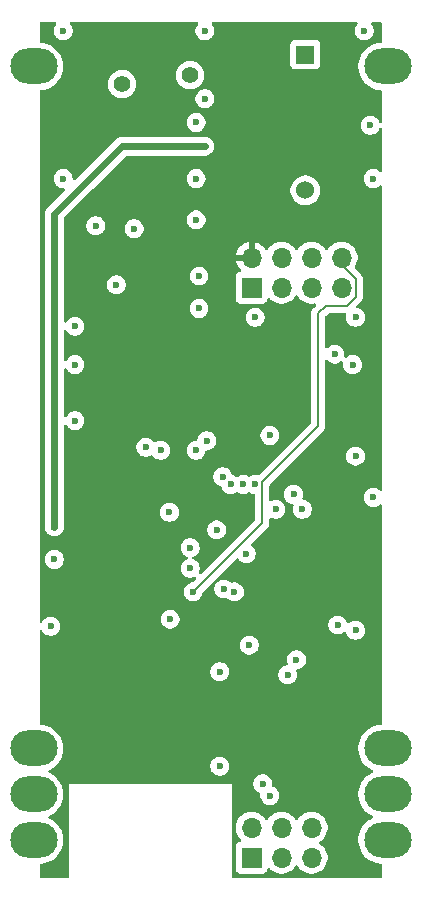
<source format=gbr>
%TF.GenerationSoftware,KiCad,Pcbnew,9.0.0*%
%TF.CreationDate,2025-04-07T21:59:35-05:00*%
%TF.ProjectId,ptSolar,7074536f-6c61-4722-9e6b-696361645f70,rev?*%
%TF.SameCoordinates,Original*%
%TF.FileFunction,Copper,L2,Inr*%
%TF.FilePolarity,Positive*%
%FSLAX46Y46*%
G04 Gerber Fmt 4.6, Leading zero omitted, Abs format (unit mm)*
G04 Created by KiCad (PCBNEW 9.0.0) date 2025-04-07 21:59:35*
%MOMM*%
%LPD*%
G01*
G04 APERTURE LIST*
%TA.AperFunction,ComponentPad*%
%ADD10O,4.000000X3.000000*%
%TD*%
%TA.AperFunction,ComponentPad*%
%ADD11C,1.400000*%
%TD*%
%TA.AperFunction,ComponentPad*%
%ADD12R,1.700000X1.700000*%
%TD*%
%TA.AperFunction,ComponentPad*%
%ADD13O,1.700000X1.700000*%
%TD*%
%TA.AperFunction,ComponentPad*%
%ADD14R,1.524000X1.524000*%
%TD*%
%TA.AperFunction,ComponentPad*%
%ADD15C,1.524000*%
%TD*%
%TA.AperFunction,ViaPad*%
%ADD16C,0.600000*%
%TD*%
%TA.AperFunction,Conductor*%
%ADD17C,0.600000*%
%TD*%
%TA.AperFunction,Conductor*%
%ADD18C,0.200000*%
%TD*%
G04 APERTURE END LIST*
D10*
%TO.N,Net-(D1-A)*%
%TO.C,PV1*%
X137250000Y-72000000D03*
%TO.N,GND*%
X137250000Y-129750000D03*
X137250000Y-133625000D03*
X137250000Y-137500000D03*
%TD*%
D11*
%TO.N,GND*%
%TO.C,ANT2b1*%
X150500000Y-72750000D03*
%TD*%
D10*
%TO.N,Net-(D2-A)*%
%TO.C,JPV2*%
X167250000Y-72000000D03*
%TO.N,GND*%
X167250000Y-129750000D03*
X167250000Y-133625000D03*
X167250000Y-137500000D03*
%TD*%
D11*
%TO.N,Net-(ANT2-In)*%
%TO.C,ANT2a1*%
X144750000Y-73500000D03*
%TD*%
D12*
%TO.N,/MISO*%
%TO.C,J1*%
X155700000Y-139000000D03*
D13*
%TO.N,+BATT*%
X155700000Y-136460000D03*
%TO.N,/SCK*%
X158240000Y-139000000D03*
%TO.N,/MOSI*%
X158240000Y-136460000D03*
%TO.N,/RESET*%
X160780000Y-139000000D03*
%TO.N,GND*%
X160780000Y-136460000D03*
%TD*%
D12*
%TO.N,Net-(J2-Pin_1)*%
%TO.C,J2*%
X155700000Y-90740000D03*
D13*
%TO.N,+3.3V*%
X155700000Y-88200000D03*
%TO.N,Net-(J2-Pin_3)*%
X158240000Y-90740000D03*
%TO.N,/SCL*%
X158240000Y-88200000D03*
%TO.N,GND*%
X160780000Y-90740000D03*
%TO.N,/SDA*%
X160780000Y-88200000D03*
%TO.N,/DIG-PTT*%
X163320000Y-90740000D03*
%TO.N,Net-(J2-Pin_8)*%
X163320000Y-88200000D03*
%TD*%
D14*
%TO.N,Net-(D1-K)*%
%TO.C,C1*%
X160250000Y-71000000D03*
D15*
%TO.N,GND*%
X160250000Y-82500000D03*
%TD*%
D16*
%TO.N,+BATT*%
X139000000Y-105750000D03*
X139000000Y-96000000D03*
X151750000Y-78750000D03*
X166000000Y-81500000D03*
X139000000Y-100750000D03*
X166000000Y-108500000D03*
X139000000Y-111000000D03*
X139000000Y-92000000D03*
X139000000Y-88000000D03*
%TO.N,GND*%
X151000000Y-85000000D03*
X151000000Y-81500000D03*
X142500000Y-85500000D03*
X165250000Y-69000000D03*
X163000000Y-119300000D03*
X148800000Y-118800000D03*
X153000000Y-131250000D03*
X140750000Y-94000000D03*
X139750000Y-69000000D03*
X165750000Y-77000000D03*
X144250000Y-90500000D03*
X151250000Y-92500000D03*
X157250000Y-103250000D03*
X151750000Y-69000000D03*
X151250000Y-89750000D03*
X160000000Y-109500000D03*
X157750000Y-109500000D03*
X162750000Y-96360000D03*
X155250000Y-113250000D03*
X150500000Y-114500000D03*
X164500000Y-93250000D03*
X151000000Y-76750000D03*
X138700000Y-119400000D03*
X156000000Y-93250000D03*
X150500000Y-112750000D03*
X139000000Y-113750000D03*
X153000000Y-123250000D03*
%TO.N,/RESET*%
X156650000Y-132750000D03*
X152750000Y-111250000D03*
X155500000Y-121000000D03*
%TO.N,/MOSI*%
X157250000Y-133750000D03*
%TO.N,/SCL*%
X155000000Y-107400000D03*
%TO.N,/SDA*%
X156000000Y-107400000D03*
%TO.N,+3.3V*%
X163500000Y-135000000D03*
X151500000Y-114000000D03*
X158250000Y-118250000D03*
X148531250Y-86250000D03*
X146000000Y-106750000D03*
X146000000Y-97500000D03*
X146000000Y-102000000D03*
%TO.N,Net-(D1-K)*%
X139750000Y-81500000D03*
X151750000Y-74750000D03*
%TO.N,Net-(Q1-D)*%
X151900000Y-103700000D03*
X146750000Y-104250000D03*
%TO.N,Net-(Q3-D)*%
X140750000Y-97250000D03*
%TO.N,Net-(Q3-S)*%
X154250000Y-116500000D03*
X151000000Y-104500000D03*
%TO.N,Net-(U2-PD3)*%
X148750000Y-109750000D03*
X159500000Y-122250000D03*
%TO.N,Net-(U3-MIC-IN)*%
X158750000Y-123500000D03*
%TO.N,Net-(U3-ANTENNA)*%
X145750000Y-85750000D03*
%TO.N,Net-(J2-Pin_1)*%
X153925735Y-107400000D03*
%TO.N,Net-(J2-Pin_8)*%
X150750000Y-116500000D03*
%TO.N,Net-(J2-Pin_3)*%
X153250000Y-106750000D03*
%TO.N,Net-(Q2-D)*%
X140750000Y-102000000D03*
%TO.N,Net-(Q2-S)*%
X148000000Y-104500000D03*
X153350000Y-116250000D03*
%TO.N,Net-(Q4-C)*%
X164500000Y-105000000D03*
%TO.N,Net-(U3-HIGH{slash}LOW)*%
X164250000Y-97250000D03*
%TO.N,Net-(C15-Pad2)*%
X159250000Y-108250000D03*
X164500000Y-119750000D03*
%TO.N,+3.3V*%
X140300000Y-124600000D03*
%TD*%
D17*
%TO.N,+BATT*%
X139000000Y-84500000D02*
X139000000Y-96000000D01*
X139000000Y-105750000D02*
X139000000Y-111000000D01*
X139000000Y-100750000D02*
X139000000Y-105750000D01*
X151750000Y-78750000D02*
X144750000Y-78750000D01*
X139000000Y-96000000D02*
X139000000Y-100750000D01*
X144750000Y-78750000D02*
X139000000Y-84500000D01*
D18*
%TO.N,/SCL*%
X158240000Y-88200000D02*
X158240000Y-88970000D01*
%TO.N,Net-(J2-Pin_8)*%
X156600000Y-110650000D02*
X150750000Y-116500000D01*
X156600000Y-107210122D02*
X156600000Y-110650000D01*
X163750000Y-92250000D02*
X162000000Y-92250000D01*
X161330000Y-102480122D02*
X156600000Y-107210122D01*
X163320000Y-88820000D02*
X164500000Y-90000000D01*
X162000000Y-92250000D02*
X161330000Y-92920000D01*
X164500000Y-91500000D02*
X163750000Y-92250000D01*
X164500000Y-90000000D02*
X164500000Y-91500000D01*
X163320000Y-88200000D02*
X163320000Y-88820000D01*
X161330000Y-92920000D02*
X161330000Y-102480122D01*
%TD*%
%TA.AperFunction,Conductor*%
%TO.N,+3.3V*%
G36*
X139135098Y-68270185D02*
G01*
X139180853Y-68322989D01*
X139190797Y-68392147D01*
X139161772Y-68455703D01*
X139155740Y-68462181D01*
X139128213Y-68489707D01*
X139128210Y-68489711D01*
X139040609Y-68620814D01*
X139040602Y-68620827D01*
X138980264Y-68766498D01*
X138980261Y-68766510D01*
X138949500Y-68921153D01*
X138949500Y-69078846D01*
X138980261Y-69233489D01*
X138980264Y-69233501D01*
X139040602Y-69379172D01*
X139040609Y-69379185D01*
X139128210Y-69510288D01*
X139128213Y-69510292D01*
X139239707Y-69621786D01*
X139239711Y-69621789D01*
X139370814Y-69709390D01*
X139370827Y-69709397D01*
X139454148Y-69743909D01*
X139516503Y-69769737D01*
X139671153Y-69800499D01*
X139671156Y-69800500D01*
X139671158Y-69800500D01*
X139828844Y-69800500D01*
X139828845Y-69800499D01*
X139983497Y-69769737D01*
X140129179Y-69709394D01*
X140260289Y-69621789D01*
X140371789Y-69510289D01*
X140459394Y-69379179D01*
X140519737Y-69233497D01*
X140550500Y-69078842D01*
X140550500Y-68921158D01*
X140550500Y-68921155D01*
X140550499Y-68921153D01*
X140519738Y-68766510D01*
X140519737Y-68766503D01*
X140519735Y-68766498D01*
X140459397Y-68620827D01*
X140459390Y-68620814D01*
X140371789Y-68489711D01*
X140371786Y-68489707D01*
X140344260Y-68462181D01*
X140310775Y-68400858D01*
X140315759Y-68331166D01*
X140357631Y-68275233D01*
X140423095Y-68250816D01*
X140431941Y-68250500D01*
X151068059Y-68250500D01*
X151135098Y-68270185D01*
X151180853Y-68322989D01*
X151190797Y-68392147D01*
X151161772Y-68455703D01*
X151155740Y-68462181D01*
X151128213Y-68489707D01*
X151128210Y-68489711D01*
X151040609Y-68620814D01*
X151040602Y-68620827D01*
X150980264Y-68766498D01*
X150980261Y-68766510D01*
X150949500Y-68921153D01*
X150949500Y-69078846D01*
X150980261Y-69233489D01*
X150980264Y-69233501D01*
X151040602Y-69379172D01*
X151040609Y-69379185D01*
X151128210Y-69510288D01*
X151128213Y-69510292D01*
X151239707Y-69621786D01*
X151239711Y-69621789D01*
X151370814Y-69709390D01*
X151370827Y-69709397D01*
X151454148Y-69743909D01*
X151516503Y-69769737D01*
X151671153Y-69800499D01*
X151671156Y-69800500D01*
X151671158Y-69800500D01*
X151828844Y-69800500D01*
X151828845Y-69800499D01*
X151983497Y-69769737D01*
X152129179Y-69709394D01*
X152260289Y-69621789D01*
X152371789Y-69510289D01*
X152459394Y-69379179D01*
X152519737Y-69233497D01*
X152550500Y-69078842D01*
X152550500Y-68921158D01*
X152550500Y-68921155D01*
X152550499Y-68921153D01*
X152519738Y-68766510D01*
X152519737Y-68766503D01*
X152519735Y-68766498D01*
X152459397Y-68620827D01*
X152459390Y-68620814D01*
X152371789Y-68489711D01*
X152371786Y-68489707D01*
X152344260Y-68462181D01*
X152310775Y-68400858D01*
X152315759Y-68331166D01*
X152357631Y-68275233D01*
X152423095Y-68250816D01*
X152431941Y-68250500D01*
X164568059Y-68250500D01*
X164635098Y-68270185D01*
X164680853Y-68322989D01*
X164690797Y-68392147D01*
X164661772Y-68455703D01*
X164655740Y-68462181D01*
X164628213Y-68489707D01*
X164628210Y-68489711D01*
X164540609Y-68620814D01*
X164540602Y-68620827D01*
X164480264Y-68766498D01*
X164480261Y-68766510D01*
X164449500Y-68921153D01*
X164449500Y-69078846D01*
X164480261Y-69233489D01*
X164480264Y-69233501D01*
X164540602Y-69379172D01*
X164540609Y-69379185D01*
X164628210Y-69510288D01*
X164628213Y-69510292D01*
X164739707Y-69621786D01*
X164739711Y-69621789D01*
X164870814Y-69709390D01*
X164870827Y-69709397D01*
X164954148Y-69743909D01*
X165016503Y-69769737D01*
X165171153Y-69800499D01*
X165171156Y-69800500D01*
X165171158Y-69800500D01*
X165328844Y-69800500D01*
X165328845Y-69800499D01*
X165483497Y-69769737D01*
X165629179Y-69709394D01*
X165760289Y-69621789D01*
X165871789Y-69510289D01*
X165959394Y-69379179D01*
X166019737Y-69233497D01*
X166050500Y-69078842D01*
X166050500Y-68921158D01*
X166050500Y-68921155D01*
X166050499Y-68921153D01*
X166019738Y-68766510D01*
X166019737Y-68766503D01*
X166019735Y-68766498D01*
X165959397Y-68620827D01*
X165959390Y-68620814D01*
X165871789Y-68489711D01*
X165871786Y-68489707D01*
X165844260Y-68462181D01*
X165810775Y-68400858D01*
X165815759Y-68331166D01*
X165857631Y-68275233D01*
X165923095Y-68250816D01*
X165931941Y-68250500D01*
X166625500Y-68250500D01*
X166692539Y-68270185D01*
X166738294Y-68322989D01*
X166749500Y-68374500D01*
X166749500Y-69875500D01*
X166729815Y-69942539D01*
X166677011Y-69988294D01*
X166625500Y-69999500D01*
X166618872Y-69999500D01*
X166387772Y-70029926D01*
X166358884Y-70033730D01*
X166105581Y-70101602D01*
X166105571Y-70101605D01*
X165863309Y-70201953D01*
X165863299Y-70201958D01*
X165636196Y-70333075D01*
X165428148Y-70492718D01*
X165242718Y-70678148D01*
X165083075Y-70886196D01*
X164951958Y-71113299D01*
X164951953Y-71113309D01*
X164851605Y-71355571D01*
X164851602Y-71355581D01*
X164791722Y-71579060D01*
X164783730Y-71608885D01*
X164749500Y-71868872D01*
X164749500Y-72131127D01*
X164766797Y-72262500D01*
X164783730Y-72391116D01*
X164851602Y-72644418D01*
X164851605Y-72644428D01*
X164951953Y-72886690D01*
X164951958Y-72886700D01*
X165083075Y-73113803D01*
X165242718Y-73321851D01*
X165242726Y-73321860D01*
X165428140Y-73507274D01*
X165428148Y-73507281D01*
X165636196Y-73666924D01*
X165863299Y-73798041D01*
X165863309Y-73798046D01*
X166019024Y-73862545D01*
X166105581Y-73898398D01*
X166358884Y-73966270D01*
X166618880Y-74000500D01*
X166625500Y-74000500D01*
X166692539Y-74020185D01*
X166738294Y-74072989D01*
X166749500Y-74124500D01*
X166749500Y-76697809D01*
X166729815Y-76764848D01*
X166677011Y-76810603D01*
X166607853Y-76820547D01*
X166544297Y-76791522D01*
X166510939Y-76745261D01*
X166459397Y-76620827D01*
X166459390Y-76620814D01*
X166371789Y-76489711D01*
X166371786Y-76489707D01*
X166260292Y-76378213D01*
X166260288Y-76378210D01*
X166129185Y-76290609D01*
X166129172Y-76290602D01*
X165983501Y-76230264D01*
X165983489Y-76230261D01*
X165828845Y-76199500D01*
X165828842Y-76199500D01*
X165671158Y-76199500D01*
X165671155Y-76199500D01*
X165516510Y-76230261D01*
X165516498Y-76230264D01*
X165370827Y-76290602D01*
X165370814Y-76290609D01*
X165239711Y-76378210D01*
X165239707Y-76378213D01*
X165128213Y-76489707D01*
X165128210Y-76489711D01*
X165040609Y-76620814D01*
X165040602Y-76620827D01*
X164980264Y-76766498D01*
X164980261Y-76766510D01*
X164949500Y-76921153D01*
X164949500Y-77078846D01*
X164980261Y-77233489D01*
X164980264Y-77233501D01*
X165040602Y-77379172D01*
X165040609Y-77379185D01*
X165128210Y-77510288D01*
X165128213Y-77510292D01*
X165239707Y-77621786D01*
X165239711Y-77621789D01*
X165370814Y-77709390D01*
X165370827Y-77709397D01*
X165516498Y-77769735D01*
X165516503Y-77769737D01*
X165671153Y-77800499D01*
X165671156Y-77800500D01*
X165671158Y-77800500D01*
X165828844Y-77800500D01*
X165828845Y-77800499D01*
X165983497Y-77769737D01*
X166129179Y-77709394D01*
X166260289Y-77621789D01*
X166371789Y-77510289D01*
X166459394Y-77379179D01*
X166508638Y-77260292D01*
X166510939Y-77254738D01*
X166554779Y-77200334D01*
X166621074Y-77178269D01*
X166688773Y-77195548D01*
X166736384Y-77246685D01*
X166749500Y-77302190D01*
X166749500Y-80818059D01*
X166729815Y-80885098D01*
X166677011Y-80930853D01*
X166607853Y-80940797D01*
X166544297Y-80911772D01*
X166537819Y-80905740D01*
X166510292Y-80878213D01*
X166510288Y-80878210D01*
X166379185Y-80790609D01*
X166379172Y-80790602D01*
X166233501Y-80730264D01*
X166233489Y-80730261D01*
X166078845Y-80699500D01*
X166078842Y-80699500D01*
X165921158Y-80699500D01*
X165921155Y-80699500D01*
X165766510Y-80730261D01*
X165766498Y-80730264D01*
X165620827Y-80790602D01*
X165620814Y-80790609D01*
X165489711Y-80878210D01*
X165489707Y-80878213D01*
X165378213Y-80989707D01*
X165378210Y-80989711D01*
X165290609Y-81120814D01*
X165290602Y-81120827D01*
X165230264Y-81266498D01*
X165230261Y-81266510D01*
X165199500Y-81421153D01*
X165199500Y-81578846D01*
X165230261Y-81733489D01*
X165230264Y-81733501D01*
X165290602Y-81879172D01*
X165290609Y-81879185D01*
X165378210Y-82010288D01*
X165378213Y-82010292D01*
X165489707Y-82121786D01*
X165489711Y-82121789D01*
X165620814Y-82209390D01*
X165620827Y-82209397D01*
X165766498Y-82269735D01*
X165766503Y-82269737D01*
X165921153Y-82300499D01*
X165921156Y-82300500D01*
X165921158Y-82300500D01*
X166078844Y-82300500D01*
X166078845Y-82300499D01*
X166233497Y-82269737D01*
X166379179Y-82209394D01*
X166510289Y-82121789D01*
X166510292Y-82121786D01*
X166537819Y-82094260D01*
X166599142Y-82060775D01*
X166668834Y-82065759D01*
X166724767Y-82107631D01*
X166749184Y-82173095D01*
X166749500Y-82181941D01*
X166749500Y-107818059D01*
X166729815Y-107885098D01*
X166677011Y-107930853D01*
X166607853Y-107940797D01*
X166544297Y-107911772D01*
X166537819Y-107905740D01*
X166510292Y-107878213D01*
X166510288Y-107878210D01*
X166379185Y-107790609D01*
X166379172Y-107790602D01*
X166233501Y-107730264D01*
X166233489Y-107730261D01*
X166078845Y-107699500D01*
X166078842Y-107699500D01*
X165921158Y-107699500D01*
X165921155Y-107699500D01*
X165766510Y-107730261D01*
X165766498Y-107730264D01*
X165620827Y-107790602D01*
X165620814Y-107790609D01*
X165489711Y-107878210D01*
X165489707Y-107878213D01*
X165378213Y-107989707D01*
X165378210Y-107989711D01*
X165290609Y-108120814D01*
X165290602Y-108120827D01*
X165230264Y-108266498D01*
X165230261Y-108266510D01*
X165199500Y-108421153D01*
X165199500Y-108578846D01*
X165230261Y-108733489D01*
X165230264Y-108733501D01*
X165290602Y-108879172D01*
X165290609Y-108879185D01*
X165378210Y-109010288D01*
X165378213Y-109010292D01*
X165489707Y-109121786D01*
X165489711Y-109121789D01*
X165620814Y-109209390D01*
X165620827Y-109209397D01*
X165694013Y-109239711D01*
X165766503Y-109269737D01*
X165921153Y-109300499D01*
X165921156Y-109300500D01*
X165921158Y-109300500D01*
X166078844Y-109300500D01*
X166078845Y-109300499D01*
X166233497Y-109269737D01*
X166379179Y-109209394D01*
X166510289Y-109121789D01*
X166511264Y-109120814D01*
X166537819Y-109094260D01*
X166599142Y-109060775D01*
X166668834Y-109065759D01*
X166724767Y-109107631D01*
X166749184Y-109173095D01*
X166749500Y-109181941D01*
X166749500Y-127625500D01*
X166729815Y-127692539D01*
X166677011Y-127738294D01*
X166625500Y-127749500D01*
X166618872Y-127749500D01*
X166387772Y-127779926D01*
X166358884Y-127783730D01*
X166105581Y-127851602D01*
X166105571Y-127851605D01*
X165863309Y-127951953D01*
X165863299Y-127951958D01*
X165636196Y-128083075D01*
X165428148Y-128242718D01*
X165242718Y-128428148D01*
X165083075Y-128636196D01*
X164951958Y-128863299D01*
X164951953Y-128863309D01*
X164851605Y-129105571D01*
X164851602Y-129105581D01*
X164783730Y-129358885D01*
X164749500Y-129618872D01*
X164749500Y-129881127D01*
X164776123Y-130083339D01*
X164783730Y-130141116D01*
X164851602Y-130394418D01*
X164851605Y-130394428D01*
X164951953Y-130636690D01*
X164951958Y-130636700D01*
X165083075Y-130863803D01*
X165242718Y-131071851D01*
X165242726Y-131071860D01*
X165428140Y-131257274D01*
X165428148Y-131257281D01*
X165636196Y-131416924D01*
X165863299Y-131548041D01*
X165863314Y-131548048D01*
X165923406Y-131572939D01*
X165977810Y-131616780D01*
X165999875Y-131683074D01*
X165982596Y-131750773D01*
X165931459Y-131798384D01*
X165923406Y-131802061D01*
X165863314Y-131826951D01*
X165863299Y-131826958D01*
X165636196Y-131958075D01*
X165428148Y-132117718D01*
X165242718Y-132303148D01*
X165083075Y-132511196D01*
X164951958Y-132738299D01*
X164951953Y-132738309D01*
X164851605Y-132980571D01*
X164851602Y-132980581D01*
X164811786Y-133129179D01*
X164783730Y-133233885D01*
X164749500Y-133493872D01*
X164749500Y-133756127D01*
X164776123Y-133958339D01*
X164783730Y-134016116D01*
X164851602Y-134269418D01*
X164851605Y-134269428D01*
X164951953Y-134511690D01*
X164951958Y-134511700D01*
X165083075Y-134738803D01*
X165242718Y-134946851D01*
X165242726Y-134946860D01*
X165428140Y-135132274D01*
X165428148Y-135132281D01*
X165636196Y-135291924D01*
X165863299Y-135423041D01*
X165863314Y-135423048D01*
X165923406Y-135447939D01*
X165977810Y-135491780D01*
X165999875Y-135558074D01*
X165982596Y-135625773D01*
X165931459Y-135673384D01*
X165923406Y-135677061D01*
X165863314Y-135701951D01*
X165863299Y-135701958D01*
X165636196Y-135833075D01*
X165428148Y-135992718D01*
X165242718Y-136178148D01*
X165083075Y-136386196D01*
X164951958Y-136613299D01*
X164951953Y-136613309D01*
X164851605Y-136855571D01*
X164851602Y-136855581D01*
X164783898Y-137108259D01*
X164783730Y-137108885D01*
X164749500Y-137368872D01*
X164749500Y-137631127D01*
X164776123Y-137833339D01*
X164783730Y-137891116D01*
X164845115Y-138120208D01*
X164851602Y-138144418D01*
X164851605Y-138144428D01*
X164951953Y-138386690D01*
X164951958Y-138386700D01*
X165083075Y-138613803D01*
X165242718Y-138821851D01*
X165242726Y-138821860D01*
X165428140Y-139007274D01*
X165428148Y-139007281D01*
X165636196Y-139166924D01*
X165863299Y-139298041D01*
X165863309Y-139298046D01*
X166105571Y-139398394D01*
X166105581Y-139398398D01*
X166358884Y-139466270D01*
X166618880Y-139500500D01*
X166625500Y-139500500D01*
X166692539Y-139520185D01*
X166738294Y-139572989D01*
X166749500Y-139624500D01*
X166749500Y-140625500D01*
X166729815Y-140692539D01*
X166677011Y-140738294D01*
X166625500Y-140749500D01*
X154124000Y-140749500D01*
X154056961Y-140729815D01*
X154011206Y-140677011D01*
X154000000Y-140625500D01*
X154000000Y-136353713D01*
X154349500Y-136353713D01*
X154349500Y-136566287D01*
X154382754Y-136776243D01*
X154408529Y-136855571D01*
X154448444Y-136978414D01*
X154544951Y-137167820D01*
X154669890Y-137339786D01*
X154783430Y-137453326D01*
X154816915Y-137514649D01*
X154811931Y-137584341D01*
X154770059Y-137640274D01*
X154739083Y-137657189D01*
X154607669Y-137706203D01*
X154607664Y-137706206D01*
X154492455Y-137792452D01*
X154492452Y-137792455D01*
X154406206Y-137907664D01*
X154406202Y-137907671D01*
X154355908Y-138042517D01*
X154349501Y-138102116D01*
X154349500Y-138102135D01*
X154349500Y-139897870D01*
X154349501Y-139897876D01*
X154355908Y-139957483D01*
X154406202Y-140092328D01*
X154406206Y-140092335D01*
X154492452Y-140207544D01*
X154492455Y-140207547D01*
X154607664Y-140293793D01*
X154607671Y-140293797D01*
X154742517Y-140344091D01*
X154742516Y-140344091D01*
X154749444Y-140344835D01*
X154802127Y-140350500D01*
X156597872Y-140350499D01*
X156657483Y-140344091D01*
X156792331Y-140293796D01*
X156907546Y-140207546D01*
X156993796Y-140092331D01*
X157042810Y-139960916D01*
X157084681Y-139904984D01*
X157150145Y-139880566D01*
X157218418Y-139895417D01*
X157246673Y-139916569D01*
X157360213Y-140030109D01*
X157532179Y-140155048D01*
X157532181Y-140155049D01*
X157532184Y-140155051D01*
X157721588Y-140251557D01*
X157923757Y-140317246D01*
X158133713Y-140350500D01*
X158133714Y-140350500D01*
X158346286Y-140350500D01*
X158346287Y-140350500D01*
X158556243Y-140317246D01*
X158758412Y-140251557D01*
X158947816Y-140155051D01*
X159034138Y-140092335D01*
X159119786Y-140030109D01*
X159119788Y-140030106D01*
X159119792Y-140030104D01*
X159270104Y-139879792D01*
X159270106Y-139879788D01*
X159270109Y-139879786D01*
X159395048Y-139707820D01*
X159395047Y-139707820D01*
X159395051Y-139707816D01*
X159399514Y-139699054D01*
X159447488Y-139648259D01*
X159515308Y-139631463D01*
X159581444Y-139653999D01*
X159620486Y-139699056D01*
X159624951Y-139707820D01*
X159749890Y-139879786D01*
X159900213Y-140030109D01*
X160072179Y-140155048D01*
X160072181Y-140155049D01*
X160072184Y-140155051D01*
X160261588Y-140251557D01*
X160463757Y-140317246D01*
X160673713Y-140350500D01*
X160673714Y-140350500D01*
X160886286Y-140350500D01*
X160886287Y-140350500D01*
X161096243Y-140317246D01*
X161298412Y-140251557D01*
X161487816Y-140155051D01*
X161574138Y-140092335D01*
X161659786Y-140030109D01*
X161659788Y-140030106D01*
X161659792Y-140030104D01*
X161810104Y-139879792D01*
X161810106Y-139879788D01*
X161810109Y-139879786D01*
X161935048Y-139707820D01*
X161935047Y-139707820D01*
X161935051Y-139707816D01*
X162031557Y-139518412D01*
X162097246Y-139316243D01*
X162130500Y-139106287D01*
X162130500Y-138893713D01*
X162097246Y-138683757D01*
X162031557Y-138481588D01*
X161935051Y-138292184D01*
X161935049Y-138292181D01*
X161935048Y-138292179D01*
X161810109Y-138120213D01*
X161659786Y-137969890D01*
X161487820Y-137844951D01*
X161487115Y-137844591D01*
X161479054Y-137840485D01*
X161428259Y-137792512D01*
X161411463Y-137724692D01*
X161433999Y-137658556D01*
X161479054Y-137619515D01*
X161487816Y-137615051D01*
X161577554Y-137549853D01*
X161659786Y-137490109D01*
X161659788Y-137490106D01*
X161659792Y-137490104D01*
X161810104Y-137339792D01*
X161810106Y-137339788D01*
X161810109Y-137339786D01*
X161935048Y-137167820D01*
X161935047Y-137167820D01*
X161935051Y-137167816D01*
X162031557Y-136978412D01*
X162097246Y-136776243D01*
X162130500Y-136566287D01*
X162130500Y-136353713D01*
X162097246Y-136143757D01*
X162031557Y-135941588D01*
X161935051Y-135752184D01*
X161935049Y-135752181D01*
X161935048Y-135752179D01*
X161810109Y-135580213D01*
X161659786Y-135429890D01*
X161487820Y-135304951D01*
X161298414Y-135208444D01*
X161298413Y-135208443D01*
X161298412Y-135208443D01*
X161096243Y-135142754D01*
X161096241Y-135142753D01*
X161096240Y-135142753D01*
X160934957Y-135117208D01*
X160886287Y-135109500D01*
X160673713Y-135109500D01*
X160625042Y-135117208D01*
X160463760Y-135142753D01*
X160261585Y-135208444D01*
X160072179Y-135304951D01*
X159900213Y-135429890D01*
X159749890Y-135580213D01*
X159624949Y-135752182D01*
X159620484Y-135760946D01*
X159572509Y-135811742D01*
X159504688Y-135828536D01*
X159438553Y-135805998D01*
X159399516Y-135760946D01*
X159395050Y-135752182D01*
X159270109Y-135580213D01*
X159119786Y-135429890D01*
X158947820Y-135304951D01*
X158758414Y-135208444D01*
X158758413Y-135208443D01*
X158758412Y-135208443D01*
X158556243Y-135142754D01*
X158556241Y-135142753D01*
X158556240Y-135142753D01*
X158394957Y-135117208D01*
X158346287Y-135109500D01*
X158133713Y-135109500D01*
X158085042Y-135117208D01*
X157923760Y-135142753D01*
X157721585Y-135208444D01*
X157532179Y-135304951D01*
X157360213Y-135429890D01*
X157209890Y-135580213D01*
X157084949Y-135752182D01*
X157080484Y-135760946D01*
X157032509Y-135811742D01*
X156964688Y-135828536D01*
X156898553Y-135805998D01*
X156859516Y-135760946D01*
X156855050Y-135752182D01*
X156730109Y-135580213D01*
X156579786Y-135429890D01*
X156407820Y-135304951D01*
X156218414Y-135208444D01*
X156218413Y-135208443D01*
X156218412Y-135208443D01*
X156016243Y-135142754D01*
X156016241Y-135142753D01*
X156016240Y-135142753D01*
X155854957Y-135117208D01*
X155806287Y-135109500D01*
X155593713Y-135109500D01*
X155545042Y-135117208D01*
X155383760Y-135142753D01*
X155181585Y-135208444D01*
X154992179Y-135304951D01*
X154820213Y-135429890D01*
X154669890Y-135580213D01*
X154544951Y-135752179D01*
X154448444Y-135941585D01*
X154382753Y-136143760D01*
X154349500Y-136353713D01*
X154000000Y-136353713D01*
X154000000Y-132750000D01*
X140250000Y-132750000D01*
X140250000Y-140625500D01*
X140230315Y-140692539D01*
X140177511Y-140738294D01*
X140126000Y-140749500D01*
X137874500Y-140749500D01*
X137807461Y-140729815D01*
X137761706Y-140677011D01*
X137750500Y-140625500D01*
X137750500Y-139624500D01*
X137770185Y-139557461D01*
X137822989Y-139511706D01*
X137874500Y-139500500D01*
X137881113Y-139500500D01*
X137881120Y-139500500D01*
X138141116Y-139466270D01*
X138394419Y-139398398D01*
X138636697Y-139298043D01*
X138863803Y-139166924D01*
X139071851Y-139007282D01*
X139071855Y-139007277D01*
X139071860Y-139007274D01*
X139257274Y-138821860D01*
X139257277Y-138821855D01*
X139257282Y-138821851D01*
X139416924Y-138613803D01*
X139548043Y-138386697D01*
X139648398Y-138144419D01*
X139716270Y-137891116D01*
X139750500Y-137631120D01*
X139750500Y-137368880D01*
X139716270Y-137108884D01*
X139648398Y-136855581D01*
X139615535Y-136776243D01*
X139548046Y-136613309D01*
X139548041Y-136613299D01*
X139416924Y-136386196D01*
X139257281Y-136178148D01*
X139257274Y-136178140D01*
X139071860Y-135992726D01*
X139071851Y-135992718D01*
X138863803Y-135833075D01*
X138636700Y-135701958D01*
X138636685Y-135701951D01*
X138576594Y-135677061D01*
X138522190Y-135633220D01*
X138500125Y-135566926D01*
X138517404Y-135499227D01*
X138568541Y-135451616D01*
X138576594Y-135447939D01*
X138636685Y-135423048D01*
X138636685Y-135423047D01*
X138636697Y-135423043D01*
X138863803Y-135291924D01*
X139071851Y-135132282D01*
X139071855Y-135132277D01*
X139071860Y-135132274D01*
X139257274Y-134946860D01*
X139257277Y-134946855D01*
X139257282Y-134946851D01*
X139416924Y-134738803D01*
X139548043Y-134511697D01*
X139648398Y-134269419D01*
X139716270Y-134016116D01*
X139750500Y-133756120D01*
X139750500Y-133493880D01*
X139716270Y-133233884D01*
X139648398Y-132980581D01*
X139608773Y-132884917D01*
X139548046Y-132738309D01*
X139548041Y-132738299D01*
X139509275Y-132671153D01*
X155849500Y-132671153D01*
X155849500Y-132828846D01*
X155880261Y-132983489D01*
X155880264Y-132983501D01*
X155940602Y-133129172D01*
X155940609Y-133129185D01*
X156028210Y-133260288D01*
X156028213Y-133260292D01*
X156139707Y-133371786D01*
X156139711Y-133371789D01*
X156270814Y-133459390D01*
X156270827Y-133459397D01*
X156380796Y-133504947D01*
X156435200Y-133548787D01*
X156457265Y-133615081D01*
X156454962Y-133643698D01*
X156449500Y-133671159D01*
X156449500Y-133828846D01*
X156480261Y-133983489D01*
X156480264Y-133983501D01*
X156540602Y-134129172D01*
X156540609Y-134129185D01*
X156628210Y-134260288D01*
X156628213Y-134260292D01*
X156739707Y-134371786D01*
X156739711Y-134371789D01*
X156870814Y-134459390D01*
X156870827Y-134459397D01*
X156997100Y-134511700D01*
X157016503Y-134519737D01*
X157171153Y-134550499D01*
X157171156Y-134550500D01*
X157171158Y-134550500D01*
X157328844Y-134550500D01*
X157328845Y-134550499D01*
X157483497Y-134519737D01*
X157629179Y-134459394D01*
X157760289Y-134371789D01*
X157871789Y-134260289D01*
X157959394Y-134129179D01*
X158019737Y-133983497D01*
X158050500Y-133828842D01*
X158050500Y-133671158D01*
X158050500Y-133671155D01*
X158050499Y-133671153D01*
X158045038Y-133643698D01*
X158019737Y-133516503D01*
X157959794Y-133371786D01*
X157959397Y-133370827D01*
X157959390Y-133370814D01*
X157871789Y-133239711D01*
X157871786Y-133239707D01*
X157760292Y-133128213D01*
X157760288Y-133128210D01*
X157629185Y-133040609D01*
X157629176Y-133040604D01*
X157519202Y-132995052D01*
X157464799Y-132951211D01*
X157442734Y-132884917D01*
X157445037Y-132856303D01*
X157450500Y-132828842D01*
X157450500Y-132671158D01*
X157450500Y-132671155D01*
X157450499Y-132671153D01*
X157419738Y-132516510D01*
X157419737Y-132516503D01*
X157417539Y-132511196D01*
X157359397Y-132370827D01*
X157359390Y-132370814D01*
X157271789Y-132239711D01*
X157271786Y-132239707D01*
X157160292Y-132128213D01*
X157160288Y-132128210D01*
X157029185Y-132040609D01*
X157029172Y-132040602D01*
X156883501Y-131980264D01*
X156883489Y-131980261D01*
X156728845Y-131949500D01*
X156728842Y-131949500D01*
X156571158Y-131949500D01*
X156571155Y-131949500D01*
X156416510Y-131980261D01*
X156416498Y-131980264D01*
X156270827Y-132040602D01*
X156270814Y-132040609D01*
X156139711Y-132128210D01*
X156139707Y-132128213D01*
X156028213Y-132239707D01*
X156028210Y-132239711D01*
X155940609Y-132370814D01*
X155940602Y-132370827D01*
X155880264Y-132516498D01*
X155880261Y-132516510D01*
X155849500Y-132671153D01*
X139509275Y-132671153D01*
X139416924Y-132511196D01*
X139257281Y-132303148D01*
X139257274Y-132303140D01*
X139071860Y-132117726D01*
X139071851Y-132117718D01*
X138863803Y-131958075D01*
X138636700Y-131826958D01*
X138636685Y-131826951D01*
X138576594Y-131802061D01*
X138522190Y-131758220D01*
X138500125Y-131691926D01*
X138517404Y-131624227D01*
X138568541Y-131576616D01*
X138576594Y-131572939D01*
X138636685Y-131548048D01*
X138636685Y-131548047D01*
X138636697Y-131548043D01*
X138863803Y-131416924D01*
X139071851Y-131257282D01*
X139071855Y-131257277D01*
X139071860Y-131257274D01*
X139157981Y-131171153D01*
X152199500Y-131171153D01*
X152199500Y-131328846D01*
X152230261Y-131483489D01*
X152230264Y-131483501D01*
X152290602Y-131629172D01*
X152290609Y-131629185D01*
X152378210Y-131760288D01*
X152378213Y-131760292D01*
X152489707Y-131871786D01*
X152489711Y-131871789D01*
X152620814Y-131959390D01*
X152620827Y-131959397D01*
X152766498Y-132019735D01*
X152766503Y-132019737D01*
X152921153Y-132050499D01*
X152921156Y-132050500D01*
X152921158Y-132050500D01*
X153078844Y-132050500D01*
X153078845Y-132050499D01*
X153233497Y-132019737D01*
X153379179Y-131959394D01*
X153510289Y-131871789D01*
X153621789Y-131760289D01*
X153709394Y-131629179D01*
X153769737Y-131483497D01*
X153800500Y-131328842D01*
X153800500Y-131171158D01*
X153800500Y-131171155D01*
X153800499Y-131171153D01*
X153769738Y-131016510D01*
X153769737Y-131016503D01*
X153769735Y-131016498D01*
X153709397Y-130870827D01*
X153709390Y-130870814D01*
X153621789Y-130739711D01*
X153621786Y-130739707D01*
X153510292Y-130628213D01*
X153510288Y-130628210D01*
X153379185Y-130540609D01*
X153379172Y-130540602D01*
X153233501Y-130480264D01*
X153233489Y-130480261D01*
X153078845Y-130449500D01*
X153078842Y-130449500D01*
X152921158Y-130449500D01*
X152921155Y-130449500D01*
X152766510Y-130480261D01*
X152766498Y-130480264D01*
X152620827Y-130540602D01*
X152620814Y-130540609D01*
X152489711Y-130628210D01*
X152489707Y-130628213D01*
X152378213Y-130739707D01*
X152378210Y-130739711D01*
X152290609Y-130870814D01*
X152290602Y-130870827D01*
X152230264Y-131016498D01*
X152230261Y-131016510D01*
X152199500Y-131171153D01*
X139157981Y-131171153D01*
X139257274Y-131071860D01*
X139257277Y-131071855D01*
X139257282Y-131071851D01*
X139416924Y-130863803D01*
X139548043Y-130636697D01*
X139551559Y-130628210D01*
X139612841Y-130480261D01*
X139648398Y-130394419D01*
X139716270Y-130141116D01*
X139750500Y-129881120D01*
X139750500Y-129618880D01*
X139716270Y-129358884D01*
X139648398Y-129105581D01*
X139648394Y-129105571D01*
X139548046Y-128863309D01*
X139548041Y-128863299D01*
X139416924Y-128636196D01*
X139257281Y-128428148D01*
X139257274Y-128428140D01*
X139071860Y-128242726D01*
X139071851Y-128242718D01*
X138863803Y-128083075D01*
X138636700Y-127951958D01*
X138636690Y-127951953D01*
X138394428Y-127851605D01*
X138394421Y-127851603D01*
X138394419Y-127851602D01*
X138141116Y-127783730D01*
X138083339Y-127776123D01*
X137881127Y-127749500D01*
X137881120Y-127749500D01*
X137874500Y-127749500D01*
X137807461Y-127729815D01*
X137761706Y-127677011D01*
X137750500Y-127625500D01*
X137750500Y-123171153D01*
X152199500Y-123171153D01*
X152199500Y-123328846D01*
X152230261Y-123483489D01*
X152230264Y-123483501D01*
X152290602Y-123629172D01*
X152290609Y-123629185D01*
X152378210Y-123760288D01*
X152378213Y-123760292D01*
X152489707Y-123871786D01*
X152489711Y-123871789D01*
X152620814Y-123959390D01*
X152620827Y-123959397D01*
X152766498Y-124019735D01*
X152766503Y-124019737D01*
X152921153Y-124050499D01*
X152921156Y-124050500D01*
X152921158Y-124050500D01*
X153078844Y-124050500D01*
X153078845Y-124050499D01*
X153233497Y-124019737D01*
X153379179Y-123959394D01*
X153510289Y-123871789D01*
X153621789Y-123760289D01*
X153709394Y-123629179D01*
X153769737Y-123483497D01*
X153782138Y-123421153D01*
X157949500Y-123421153D01*
X157949500Y-123578846D01*
X157980261Y-123733489D01*
X157980264Y-123733501D01*
X158040602Y-123879172D01*
X158040609Y-123879185D01*
X158128210Y-124010288D01*
X158128213Y-124010292D01*
X158239707Y-124121786D01*
X158239711Y-124121789D01*
X158370814Y-124209390D01*
X158370827Y-124209397D01*
X158516498Y-124269735D01*
X158516503Y-124269737D01*
X158671153Y-124300499D01*
X158671156Y-124300500D01*
X158671158Y-124300500D01*
X158828844Y-124300500D01*
X158828845Y-124300499D01*
X158983497Y-124269737D01*
X159129179Y-124209394D01*
X159260289Y-124121789D01*
X159371789Y-124010289D01*
X159459394Y-123879179D01*
X159519737Y-123733497D01*
X159550500Y-123578842D01*
X159550500Y-123421158D01*
X159550500Y-123421155D01*
X159550499Y-123421153D01*
X159519738Y-123266510D01*
X159519737Y-123266503D01*
X159499395Y-123217394D01*
X159491927Y-123147928D01*
X159523202Y-123085449D01*
X159583290Y-123049796D01*
X159589766Y-123048327D01*
X159733497Y-123019737D01*
X159879179Y-122959394D01*
X160010289Y-122871789D01*
X160121789Y-122760289D01*
X160209394Y-122629179D01*
X160269737Y-122483497D01*
X160300500Y-122328842D01*
X160300500Y-122171158D01*
X160300500Y-122171155D01*
X160300499Y-122171153D01*
X160269738Y-122016510D01*
X160269737Y-122016503D01*
X160269735Y-122016498D01*
X160209397Y-121870827D01*
X160209390Y-121870814D01*
X160121789Y-121739711D01*
X160121786Y-121739707D01*
X160010292Y-121628213D01*
X160010288Y-121628210D01*
X159879185Y-121540609D01*
X159879172Y-121540602D01*
X159733501Y-121480264D01*
X159733489Y-121480261D01*
X159578845Y-121449500D01*
X159578842Y-121449500D01*
X159421158Y-121449500D01*
X159421155Y-121449500D01*
X159266510Y-121480261D01*
X159266498Y-121480264D01*
X159120827Y-121540602D01*
X159120814Y-121540609D01*
X158989711Y-121628210D01*
X158989707Y-121628213D01*
X158878213Y-121739707D01*
X158878210Y-121739711D01*
X158790609Y-121870814D01*
X158790602Y-121870827D01*
X158730264Y-122016498D01*
X158730261Y-122016510D01*
X158699500Y-122171153D01*
X158699500Y-122328846D01*
X158730261Y-122483489D01*
X158730264Y-122483501D01*
X158750603Y-122532603D01*
X158758072Y-122602072D01*
X158726797Y-122664551D01*
X158666708Y-122700203D01*
X158660234Y-122701672D01*
X158516508Y-122730261D01*
X158516498Y-122730264D01*
X158370827Y-122790602D01*
X158370814Y-122790609D01*
X158239711Y-122878210D01*
X158239707Y-122878213D01*
X158128213Y-122989707D01*
X158128210Y-122989711D01*
X158040609Y-123120814D01*
X158040602Y-123120827D01*
X157980264Y-123266498D01*
X157980261Y-123266510D01*
X157949500Y-123421153D01*
X153782138Y-123421153D01*
X153788161Y-123390874D01*
X153800500Y-123328844D01*
X153800500Y-123171155D01*
X153800499Y-123171153D01*
X153769738Y-123016510D01*
X153769737Y-123016503D01*
X153769735Y-123016498D01*
X153709397Y-122870827D01*
X153709390Y-122870814D01*
X153621789Y-122739711D01*
X153621786Y-122739707D01*
X153510292Y-122628213D01*
X153510288Y-122628210D01*
X153379185Y-122540609D01*
X153379172Y-122540602D01*
X153233501Y-122480264D01*
X153233489Y-122480261D01*
X153078845Y-122449500D01*
X153078842Y-122449500D01*
X152921158Y-122449500D01*
X152921155Y-122449500D01*
X152766510Y-122480261D01*
X152766498Y-122480264D01*
X152620827Y-122540602D01*
X152620814Y-122540609D01*
X152489711Y-122628210D01*
X152489707Y-122628213D01*
X152378213Y-122739707D01*
X152378210Y-122739711D01*
X152290609Y-122870814D01*
X152290602Y-122870827D01*
X152230264Y-123016498D01*
X152230261Y-123016510D01*
X152199500Y-123171153D01*
X137750500Y-123171153D01*
X137750500Y-120921153D01*
X154699500Y-120921153D01*
X154699500Y-121078846D01*
X154730261Y-121233489D01*
X154730264Y-121233501D01*
X154790602Y-121379172D01*
X154790609Y-121379185D01*
X154878210Y-121510288D01*
X154878213Y-121510292D01*
X154989707Y-121621786D01*
X154989711Y-121621789D01*
X155120814Y-121709390D01*
X155120827Y-121709397D01*
X155194013Y-121739711D01*
X155266503Y-121769737D01*
X155421153Y-121800499D01*
X155421156Y-121800500D01*
X155421158Y-121800500D01*
X155578844Y-121800500D01*
X155578845Y-121800499D01*
X155733497Y-121769737D01*
X155879179Y-121709394D01*
X156010289Y-121621789D01*
X156121789Y-121510289D01*
X156209394Y-121379179D01*
X156269737Y-121233497D01*
X156300500Y-121078842D01*
X156300500Y-120921158D01*
X156300500Y-120921155D01*
X156300499Y-120921153D01*
X156269738Y-120766510D01*
X156269737Y-120766503D01*
X156269735Y-120766498D01*
X156209397Y-120620827D01*
X156209390Y-120620814D01*
X156121789Y-120489711D01*
X156121786Y-120489707D01*
X156010292Y-120378213D01*
X156010288Y-120378210D01*
X155879185Y-120290609D01*
X155879172Y-120290602D01*
X155733501Y-120230264D01*
X155733489Y-120230261D01*
X155578845Y-120199500D01*
X155578842Y-120199500D01*
X155421158Y-120199500D01*
X155421155Y-120199500D01*
X155266510Y-120230261D01*
X155266498Y-120230264D01*
X155120827Y-120290602D01*
X155120814Y-120290609D01*
X154989711Y-120378210D01*
X154989707Y-120378213D01*
X154878213Y-120489707D01*
X154878210Y-120489711D01*
X154790609Y-120620814D01*
X154790602Y-120620827D01*
X154730264Y-120766498D01*
X154730261Y-120766510D01*
X154699500Y-120921153D01*
X137750500Y-120921153D01*
X137750500Y-119822902D01*
X137770185Y-119755863D01*
X137822989Y-119710108D01*
X137892147Y-119700164D01*
X137955703Y-119729189D01*
X137989062Y-119775451D01*
X137990605Y-119779178D01*
X137990609Y-119779185D01*
X138078210Y-119910288D01*
X138078213Y-119910292D01*
X138189707Y-120021786D01*
X138189711Y-120021789D01*
X138320814Y-120109390D01*
X138320827Y-120109397D01*
X138466498Y-120169735D01*
X138466503Y-120169737D01*
X138616131Y-120199500D01*
X138621153Y-120200499D01*
X138621156Y-120200500D01*
X138621158Y-120200500D01*
X138778844Y-120200500D01*
X138778845Y-120200499D01*
X138933497Y-120169737D01*
X139079179Y-120109394D01*
X139210289Y-120021789D01*
X139321789Y-119910289D01*
X139409394Y-119779179D01*
X139469737Y-119633497D01*
X139500500Y-119478842D01*
X139500500Y-119321158D01*
X139500500Y-119321155D01*
X139500499Y-119321153D01*
X139484298Y-119239707D01*
X139469737Y-119166503D01*
X139452147Y-119124036D01*
X139409397Y-119020827D01*
X139409390Y-119020814D01*
X139321789Y-118889711D01*
X139321786Y-118889707D01*
X139210292Y-118778213D01*
X139210288Y-118778210D01*
X139124897Y-118721153D01*
X147999500Y-118721153D01*
X147999500Y-118878846D01*
X148030261Y-119033489D01*
X148030264Y-119033501D01*
X148090602Y-119179172D01*
X148090609Y-119179185D01*
X148178210Y-119310288D01*
X148178213Y-119310292D01*
X148289707Y-119421786D01*
X148289711Y-119421789D01*
X148420814Y-119509390D01*
X148420827Y-119509397D01*
X148566498Y-119569735D01*
X148566503Y-119569737D01*
X148721153Y-119600499D01*
X148721156Y-119600500D01*
X148721158Y-119600500D01*
X148878844Y-119600500D01*
X148878845Y-119600499D01*
X149033497Y-119569737D01*
X149179179Y-119509394D01*
X149310289Y-119421789D01*
X149421789Y-119310289D01*
X149481348Y-119221153D01*
X162199500Y-119221153D01*
X162199500Y-119378846D01*
X162230261Y-119533489D01*
X162230264Y-119533501D01*
X162290602Y-119679172D01*
X162290609Y-119679185D01*
X162378210Y-119810288D01*
X162378213Y-119810292D01*
X162489707Y-119921786D01*
X162489711Y-119921789D01*
X162620814Y-120009390D01*
X162620827Y-120009397D01*
X162766498Y-120069735D01*
X162766503Y-120069737D01*
X162921153Y-120100499D01*
X162921156Y-120100500D01*
X162921158Y-120100500D01*
X163078844Y-120100500D01*
X163078845Y-120100499D01*
X163233497Y-120069737D01*
X163379179Y-120009394D01*
X163510289Y-119921789D01*
X163519486Y-119912592D01*
X163580807Y-119879105D01*
X163650499Y-119884087D01*
X163706434Y-119925956D01*
X163728787Y-119976079D01*
X163730261Y-119983489D01*
X163730264Y-119983501D01*
X163790602Y-120129172D01*
X163790609Y-120129185D01*
X163878210Y-120260288D01*
X163878213Y-120260292D01*
X163989707Y-120371786D01*
X163989711Y-120371789D01*
X164120814Y-120459390D01*
X164120827Y-120459397D01*
X164194013Y-120489711D01*
X164266503Y-120519737D01*
X164421153Y-120550499D01*
X164421156Y-120550500D01*
X164421158Y-120550500D01*
X164578844Y-120550500D01*
X164578845Y-120550499D01*
X164733497Y-120519737D01*
X164879179Y-120459394D01*
X165010289Y-120371789D01*
X165121789Y-120260289D01*
X165209394Y-120129179D01*
X165269737Y-119983497D01*
X165300500Y-119828842D01*
X165300500Y-119671158D01*
X165300500Y-119671155D01*
X165300499Y-119671153D01*
X165269737Y-119516503D01*
X165254138Y-119478844D01*
X165209397Y-119370827D01*
X165209390Y-119370814D01*
X165121789Y-119239711D01*
X165121786Y-119239707D01*
X165010292Y-119128213D01*
X165010288Y-119128210D01*
X164879185Y-119040609D01*
X164879172Y-119040602D01*
X164733501Y-118980264D01*
X164733489Y-118980261D01*
X164578845Y-118949500D01*
X164578842Y-118949500D01*
X164421158Y-118949500D01*
X164421155Y-118949500D01*
X164266510Y-118980261D01*
X164266498Y-118980264D01*
X164120827Y-119040602D01*
X164120814Y-119040609D01*
X163989711Y-119128210D01*
X163989705Y-119128215D01*
X163980507Y-119137413D01*
X163919183Y-119170896D01*
X163849491Y-119165909D01*
X163793559Y-119124036D01*
X163771211Y-119073916D01*
X163769737Y-119066503D01*
X163769735Y-119066498D01*
X163709397Y-118920827D01*
X163709390Y-118920814D01*
X163621789Y-118789711D01*
X163621786Y-118789707D01*
X163510292Y-118678213D01*
X163510288Y-118678210D01*
X163379185Y-118590609D01*
X163379172Y-118590602D01*
X163233501Y-118530264D01*
X163233489Y-118530261D01*
X163078845Y-118499500D01*
X163078842Y-118499500D01*
X162921158Y-118499500D01*
X162921155Y-118499500D01*
X162766510Y-118530261D01*
X162766498Y-118530264D01*
X162620827Y-118590602D01*
X162620814Y-118590609D01*
X162489711Y-118678210D01*
X162489707Y-118678213D01*
X162378213Y-118789707D01*
X162378210Y-118789711D01*
X162290609Y-118920814D01*
X162290602Y-118920827D01*
X162230264Y-119066498D01*
X162230261Y-119066510D01*
X162199500Y-119221153D01*
X149481348Y-119221153D01*
X149509394Y-119179179D01*
X149569737Y-119033497D01*
X149600500Y-118878842D01*
X149600500Y-118721158D01*
X149600500Y-118721155D01*
X149600499Y-118721153D01*
X149582419Y-118630261D01*
X149569737Y-118566503D01*
X149569735Y-118566498D01*
X149509397Y-118420827D01*
X149509390Y-118420814D01*
X149421789Y-118289711D01*
X149421786Y-118289707D01*
X149310292Y-118178213D01*
X149310288Y-118178210D01*
X149179185Y-118090609D01*
X149179172Y-118090602D01*
X149033501Y-118030264D01*
X149033489Y-118030261D01*
X148878845Y-117999500D01*
X148878842Y-117999500D01*
X148721158Y-117999500D01*
X148721155Y-117999500D01*
X148566510Y-118030261D01*
X148566498Y-118030264D01*
X148420827Y-118090602D01*
X148420814Y-118090609D01*
X148289711Y-118178210D01*
X148289707Y-118178213D01*
X148178213Y-118289707D01*
X148178210Y-118289711D01*
X148090609Y-118420814D01*
X148090602Y-118420827D01*
X148030264Y-118566498D01*
X148030261Y-118566510D01*
X147999500Y-118721153D01*
X139124897Y-118721153D01*
X139079185Y-118690609D01*
X139079172Y-118690602D01*
X138933501Y-118630264D01*
X138933489Y-118630261D01*
X138778845Y-118599500D01*
X138778842Y-118599500D01*
X138621158Y-118599500D01*
X138621155Y-118599500D01*
X138466510Y-118630261D01*
X138466498Y-118630264D01*
X138320827Y-118690602D01*
X138320814Y-118690609D01*
X138189711Y-118778210D01*
X138189707Y-118778213D01*
X138078213Y-118889707D01*
X138078210Y-118889711D01*
X137990609Y-119020814D01*
X137990603Y-119020826D01*
X137989060Y-119024552D01*
X137945218Y-119078954D01*
X137878924Y-119101018D01*
X137811225Y-119083738D01*
X137763615Y-119032599D01*
X137750500Y-118977097D01*
X137750500Y-113671153D01*
X138199500Y-113671153D01*
X138199500Y-113828846D01*
X138230261Y-113983489D01*
X138230264Y-113983501D01*
X138290602Y-114129172D01*
X138290609Y-114129185D01*
X138378210Y-114260288D01*
X138378213Y-114260292D01*
X138489707Y-114371786D01*
X138489711Y-114371789D01*
X138620814Y-114459390D01*
X138620827Y-114459397D01*
X138766498Y-114519735D01*
X138766503Y-114519737D01*
X138921153Y-114550499D01*
X138921156Y-114550500D01*
X138921158Y-114550500D01*
X139078844Y-114550500D01*
X139078845Y-114550499D01*
X139233497Y-114519737D01*
X139379179Y-114459394D01*
X139510289Y-114371789D01*
X139621789Y-114260289D01*
X139709394Y-114129179D01*
X139712854Y-114120827D01*
X139741984Y-114050499D01*
X139769737Y-113983497D01*
X139800500Y-113828842D01*
X139800500Y-113671158D01*
X139800500Y-113671155D01*
X139800499Y-113671153D01*
X139790438Y-113620574D01*
X139769737Y-113516503D01*
X139709794Y-113371786D01*
X139709397Y-113370827D01*
X139709390Y-113370814D01*
X139621789Y-113239711D01*
X139621786Y-113239707D01*
X139510292Y-113128213D01*
X139510288Y-113128210D01*
X139379185Y-113040609D01*
X139379172Y-113040602D01*
X139233501Y-112980264D01*
X139233489Y-112980261D01*
X139078845Y-112949500D01*
X139078842Y-112949500D01*
X138921158Y-112949500D01*
X138921155Y-112949500D01*
X138766510Y-112980261D01*
X138766498Y-112980264D01*
X138620827Y-113040602D01*
X138620814Y-113040609D01*
X138489711Y-113128210D01*
X138489707Y-113128213D01*
X138378213Y-113239707D01*
X138378210Y-113239711D01*
X138290609Y-113370814D01*
X138290602Y-113370827D01*
X138230264Y-113516498D01*
X138230261Y-113516510D01*
X138199500Y-113671153D01*
X137750500Y-113671153D01*
X137750500Y-112671153D01*
X149699500Y-112671153D01*
X149699500Y-112828846D01*
X149730261Y-112983489D01*
X149730264Y-112983501D01*
X149790602Y-113129172D01*
X149790609Y-113129185D01*
X149878210Y-113260288D01*
X149878213Y-113260292D01*
X149989707Y-113371786D01*
X149989711Y-113371789D01*
X150120814Y-113459390D01*
X150120827Y-113459397D01*
X150244054Y-113510439D01*
X150298458Y-113554280D01*
X150320523Y-113620574D01*
X150303244Y-113688273D01*
X150252107Y-113735884D01*
X150244054Y-113739561D01*
X150120827Y-113790602D01*
X150120814Y-113790609D01*
X149989711Y-113878210D01*
X149989707Y-113878213D01*
X149878213Y-113989707D01*
X149878210Y-113989711D01*
X149790609Y-114120814D01*
X149790602Y-114120827D01*
X149730264Y-114266498D01*
X149730261Y-114266510D01*
X149699500Y-114421153D01*
X149699500Y-114578846D01*
X149730261Y-114733489D01*
X149730264Y-114733501D01*
X149790602Y-114879172D01*
X149790609Y-114879185D01*
X149878210Y-115010288D01*
X149878213Y-115010292D01*
X149989707Y-115121786D01*
X149989711Y-115121789D01*
X150120814Y-115209390D01*
X150120827Y-115209397D01*
X150221284Y-115251007D01*
X150266503Y-115269737D01*
X150421153Y-115300499D01*
X150421156Y-115300500D01*
X150421158Y-115300500D01*
X150578844Y-115300500D01*
X150578845Y-115300499D01*
X150733497Y-115269737D01*
X150836189Y-115227200D01*
X150905656Y-115219732D01*
X150968136Y-115251007D01*
X151003788Y-115311096D01*
X151001294Y-115380921D01*
X150971321Y-115429443D01*
X150735339Y-115665425D01*
X150674016Y-115698910D01*
X150671850Y-115699361D01*
X150516508Y-115730261D01*
X150516498Y-115730264D01*
X150370827Y-115790602D01*
X150370814Y-115790609D01*
X150239711Y-115878210D01*
X150239707Y-115878213D01*
X150128213Y-115989707D01*
X150128210Y-115989711D01*
X150040609Y-116120814D01*
X150040602Y-116120827D01*
X149980264Y-116266498D01*
X149980261Y-116266510D01*
X149949500Y-116421153D01*
X149949500Y-116578846D01*
X149980261Y-116733489D01*
X149980264Y-116733501D01*
X150040602Y-116879172D01*
X150040609Y-116879185D01*
X150128210Y-117010288D01*
X150128213Y-117010292D01*
X150239707Y-117121786D01*
X150239711Y-117121789D01*
X150370814Y-117209390D01*
X150370827Y-117209397D01*
X150516498Y-117269735D01*
X150516503Y-117269737D01*
X150671153Y-117300499D01*
X150671156Y-117300500D01*
X150671158Y-117300500D01*
X150828844Y-117300500D01*
X150828845Y-117300499D01*
X150983497Y-117269737D01*
X151129179Y-117209394D01*
X151260289Y-117121789D01*
X151371789Y-117010289D01*
X151459394Y-116879179D01*
X151519737Y-116733497D01*
X151540489Y-116629172D01*
X151550638Y-116578150D01*
X151583023Y-116516239D01*
X151584519Y-116514715D01*
X151928081Y-116171153D01*
X152549500Y-116171153D01*
X152549500Y-116328846D01*
X152580261Y-116483489D01*
X152580264Y-116483501D01*
X152640602Y-116629172D01*
X152640609Y-116629185D01*
X152728210Y-116760288D01*
X152728213Y-116760292D01*
X152839707Y-116871786D01*
X152839711Y-116871789D01*
X152970814Y-116959390D01*
X152970827Y-116959397D01*
X153116498Y-117019735D01*
X153116503Y-117019737D01*
X153271153Y-117050499D01*
X153271156Y-117050500D01*
X153271158Y-117050500D01*
X153428844Y-117050500D01*
X153428845Y-117050499D01*
X153465803Y-117043147D01*
X153563667Y-117023682D01*
X153633258Y-117029909D01*
X153675539Y-117057618D01*
X153739707Y-117121786D01*
X153739711Y-117121789D01*
X153870814Y-117209390D01*
X153870827Y-117209397D01*
X154016498Y-117269735D01*
X154016503Y-117269737D01*
X154171153Y-117300499D01*
X154171156Y-117300500D01*
X154171158Y-117300500D01*
X154328844Y-117300500D01*
X154328845Y-117300499D01*
X154483497Y-117269737D01*
X154629179Y-117209394D01*
X154760289Y-117121789D01*
X154871789Y-117010289D01*
X154959394Y-116879179D01*
X155019737Y-116733497D01*
X155050500Y-116578842D01*
X155050500Y-116421158D01*
X155050500Y-116421155D01*
X155050499Y-116421153D01*
X155019738Y-116266510D01*
X155019737Y-116266503D01*
X154980242Y-116171153D01*
X154959397Y-116120827D01*
X154959390Y-116120814D01*
X154871789Y-115989711D01*
X154871786Y-115989707D01*
X154760292Y-115878213D01*
X154760288Y-115878210D01*
X154629185Y-115790609D01*
X154629172Y-115790602D01*
X154483501Y-115730264D01*
X154483489Y-115730261D01*
X154328845Y-115699500D01*
X154328842Y-115699500D01*
X154171158Y-115699500D01*
X154171155Y-115699500D01*
X154036333Y-115726318D01*
X153966742Y-115720091D01*
X153924461Y-115692382D01*
X153860292Y-115628213D01*
X153860288Y-115628210D01*
X153729185Y-115540609D01*
X153729172Y-115540602D01*
X153583501Y-115480264D01*
X153583489Y-115480261D01*
X153428845Y-115449500D01*
X153428842Y-115449500D01*
X153271158Y-115449500D01*
X153271155Y-115449500D01*
X153116510Y-115480261D01*
X153116498Y-115480264D01*
X152970827Y-115540602D01*
X152970814Y-115540609D01*
X152839711Y-115628210D01*
X152839707Y-115628213D01*
X152728213Y-115739707D01*
X152728210Y-115739711D01*
X152640609Y-115870814D01*
X152640602Y-115870827D01*
X152580264Y-116016498D01*
X152580261Y-116016510D01*
X152549500Y-116171153D01*
X151928081Y-116171153D01*
X154405509Y-113693724D01*
X154466830Y-113660241D01*
X154536522Y-113665225D01*
X154592455Y-113707097D01*
X154596290Y-113712517D01*
X154628207Y-113760284D01*
X154628213Y-113760292D01*
X154739707Y-113871786D01*
X154739711Y-113871789D01*
X154870814Y-113959390D01*
X154870827Y-113959397D01*
X154944013Y-113989711D01*
X155016503Y-114019737D01*
X155171153Y-114050499D01*
X155171156Y-114050500D01*
X155171158Y-114050500D01*
X155328844Y-114050500D01*
X155328845Y-114050499D01*
X155483497Y-114019737D01*
X155629179Y-113959394D01*
X155760289Y-113871789D01*
X155871789Y-113760289D01*
X155959394Y-113629179D01*
X156019737Y-113483497D01*
X156050500Y-113328842D01*
X156050500Y-113171158D01*
X156050500Y-113171155D01*
X156050499Y-113171153D01*
X156024531Y-113040606D01*
X156019737Y-113016503D01*
X156006062Y-112983489D01*
X155959397Y-112870827D01*
X155959390Y-112870814D01*
X155871789Y-112739711D01*
X155871786Y-112739707D01*
X155760292Y-112628213D01*
X155760284Y-112628207D01*
X155712517Y-112596290D01*
X155667711Y-112542678D01*
X155659004Y-112473353D01*
X155689158Y-112410326D01*
X155693707Y-112405526D01*
X156958506Y-111140728D01*
X156958511Y-111140724D01*
X156968714Y-111130520D01*
X156968716Y-111130520D01*
X157080520Y-111018716D01*
X157159577Y-110881784D01*
X157200500Y-110729057D01*
X157200500Y-110324424D01*
X157220185Y-110257385D01*
X157272989Y-110211630D01*
X157342147Y-110201686D01*
X157371952Y-110209863D01*
X157516498Y-110269735D01*
X157516503Y-110269737D01*
X157671153Y-110300499D01*
X157671156Y-110300500D01*
X157671158Y-110300500D01*
X157828844Y-110300500D01*
X157828845Y-110300499D01*
X157983497Y-110269737D01*
X158129179Y-110209394D01*
X158260289Y-110121789D01*
X158371789Y-110010289D01*
X158459394Y-109879179D01*
X158519737Y-109733497D01*
X158550500Y-109578842D01*
X158550500Y-109421158D01*
X158550500Y-109421155D01*
X158550499Y-109421153D01*
X158519738Y-109266510D01*
X158519737Y-109266503D01*
X158519735Y-109266498D01*
X158459397Y-109120827D01*
X158459390Y-109120814D01*
X158371789Y-108989711D01*
X158371786Y-108989707D01*
X158260292Y-108878213D01*
X158260288Y-108878210D01*
X158129185Y-108790609D01*
X158129172Y-108790602D01*
X157983501Y-108730264D01*
X157983489Y-108730261D01*
X157828845Y-108699500D01*
X157828842Y-108699500D01*
X157671158Y-108699500D01*
X157671155Y-108699500D01*
X157516510Y-108730261D01*
X157516507Y-108730262D01*
X157516506Y-108730262D01*
X157516503Y-108730263D01*
X157444016Y-108760288D01*
X157371952Y-108790137D01*
X157302482Y-108797605D01*
X157240003Y-108766329D01*
X157204351Y-108706240D01*
X157200500Y-108675575D01*
X157200500Y-108171153D01*
X158449500Y-108171153D01*
X158449500Y-108328846D01*
X158480261Y-108483489D01*
X158480264Y-108483501D01*
X158540602Y-108629172D01*
X158540609Y-108629185D01*
X158628210Y-108760288D01*
X158628213Y-108760292D01*
X158739707Y-108871786D01*
X158739711Y-108871789D01*
X158870814Y-108959390D01*
X158870827Y-108959397D01*
X159016498Y-109019735D01*
X159016503Y-109019737D01*
X159121398Y-109040602D01*
X159160233Y-109048327D01*
X159222144Y-109080712D01*
X159256718Y-109141427D01*
X159252979Y-109211197D01*
X159250603Y-109217396D01*
X159230264Y-109266498D01*
X159230261Y-109266510D01*
X159199500Y-109421153D01*
X159199500Y-109578846D01*
X159230261Y-109733489D01*
X159230264Y-109733501D01*
X159290602Y-109879172D01*
X159290609Y-109879185D01*
X159378210Y-110010288D01*
X159378213Y-110010292D01*
X159489707Y-110121786D01*
X159489711Y-110121789D01*
X159620814Y-110209390D01*
X159620827Y-110209397D01*
X159766498Y-110269735D01*
X159766503Y-110269737D01*
X159921153Y-110300499D01*
X159921156Y-110300500D01*
X159921158Y-110300500D01*
X160078844Y-110300500D01*
X160078845Y-110300499D01*
X160233497Y-110269737D01*
X160379179Y-110209394D01*
X160510289Y-110121789D01*
X160621789Y-110010289D01*
X160709394Y-109879179D01*
X160769737Y-109733497D01*
X160800500Y-109578842D01*
X160800500Y-109421158D01*
X160800500Y-109421155D01*
X160800499Y-109421153D01*
X160769738Y-109266510D01*
X160769737Y-109266503D01*
X160769735Y-109266498D01*
X160709397Y-109120827D01*
X160709390Y-109120814D01*
X160621789Y-108989711D01*
X160621786Y-108989707D01*
X160510292Y-108878213D01*
X160510288Y-108878210D01*
X160379185Y-108790609D01*
X160379172Y-108790602D01*
X160233501Y-108730264D01*
X160233491Y-108730261D01*
X160089765Y-108701672D01*
X160027854Y-108669287D01*
X159993280Y-108608571D01*
X159997020Y-108538802D01*
X159999389Y-108532620D01*
X160019737Y-108483497D01*
X160050500Y-108328842D01*
X160050500Y-108171158D01*
X160050500Y-108171155D01*
X160050499Y-108171153D01*
X160026377Y-108049884D01*
X160019737Y-108016503D01*
X160019735Y-108016498D01*
X159959397Y-107870827D01*
X159959390Y-107870814D01*
X159871789Y-107739711D01*
X159871786Y-107739707D01*
X159760292Y-107628213D01*
X159760288Y-107628210D01*
X159629185Y-107540609D01*
X159629172Y-107540602D01*
X159483501Y-107480264D01*
X159483489Y-107480261D01*
X159328845Y-107449500D01*
X159328842Y-107449500D01*
X159171158Y-107449500D01*
X159171155Y-107449500D01*
X159016510Y-107480261D01*
X159016498Y-107480264D01*
X158870827Y-107540602D01*
X158870814Y-107540609D01*
X158739711Y-107628210D01*
X158739707Y-107628213D01*
X158628213Y-107739707D01*
X158628210Y-107739711D01*
X158540609Y-107870814D01*
X158540602Y-107870827D01*
X158480264Y-108016498D01*
X158480261Y-108016510D01*
X158449500Y-108171153D01*
X157200500Y-108171153D01*
X157200500Y-107510218D01*
X157220185Y-107443179D01*
X157236814Y-107422542D01*
X159738202Y-104921153D01*
X163699500Y-104921153D01*
X163699500Y-105078846D01*
X163730261Y-105233489D01*
X163730264Y-105233501D01*
X163790602Y-105379172D01*
X163790609Y-105379185D01*
X163878210Y-105510288D01*
X163878213Y-105510292D01*
X163989707Y-105621786D01*
X163989711Y-105621789D01*
X164120814Y-105709390D01*
X164120827Y-105709397D01*
X164266498Y-105769735D01*
X164266503Y-105769737D01*
X164421153Y-105800499D01*
X164421156Y-105800500D01*
X164421158Y-105800500D01*
X164578844Y-105800500D01*
X164578845Y-105800499D01*
X164733497Y-105769737D01*
X164879179Y-105709394D01*
X165010289Y-105621789D01*
X165121789Y-105510289D01*
X165209394Y-105379179D01*
X165269737Y-105233497D01*
X165300500Y-105078842D01*
X165300500Y-104921158D01*
X165300500Y-104921155D01*
X165300499Y-104921153D01*
X165269738Y-104766510D01*
X165269737Y-104766503D01*
X165256062Y-104733489D01*
X165209397Y-104620827D01*
X165209390Y-104620814D01*
X165121789Y-104489711D01*
X165121786Y-104489707D01*
X165010292Y-104378213D01*
X165010288Y-104378210D01*
X164879185Y-104290609D01*
X164879172Y-104290602D01*
X164733501Y-104230264D01*
X164733489Y-104230261D01*
X164578845Y-104199500D01*
X164578842Y-104199500D01*
X164421158Y-104199500D01*
X164421155Y-104199500D01*
X164266510Y-104230261D01*
X164266498Y-104230264D01*
X164120827Y-104290602D01*
X164120814Y-104290609D01*
X163989711Y-104378210D01*
X163989707Y-104378213D01*
X163878213Y-104489707D01*
X163878210Y-104489711D01*
X163790609Y-104620814D01*
X163790602Y-104620827D01*
X163730264Y-104766498D01*
X163730261Y-104766510D01*
X163699500Y-104921153D01*
X159738202Y-104921153D01*
X161688506Y-102970849D01*
X161688511Y-102970846D01*
X161698714Y-102960642D01*
X161698716Y-102960642D01*
X161810520Y-102848838D01*
X161873524Y-102739711D01*
X161889577Y-102711907D01*
X161930500Y-102559179D01*
X161930500Y-102401065D01*
X161930500Y-96971941D01*
X161950185Y-96904902D01*
X162002989Y-96859147D01*
X162072147Y-96849203D01*
X162135703Y-96878228D01*
X162142181Y-96884260D01*
X162239707Y-96981786D01*
X162239711Y-96981789D01*
X162370814Y-97069390D01*
X162370827Y-97069397D01*
X162516498Y-97129735D01*
X162516503Y-97129737D01*
X162671153Y-97160499D01*
X162671156Y-97160500D01*
X162671158Y-97160500D01*
X162828844Y-97160500D01*
X162828845Y-97160499D01*
X162983497Y-97129737D01*
X163129179Y-97069394D01*
X163260289Y-96981789D01*
X163260297Y-96981780D01*
X163263531Y-96979128D01*
X163327839Y-96951811D01*
X163396708Y-96963598D01*
X163448271Y-97010746D01*
X163466158Y-97078288D01*
X163463819Y-97099167D01*
X163449500Y-97171153D01*
X163449500Y-97328846D01*
X163480261Y-97483489D01*
X163480264Y-97483501D01*
X163540602Y-97629172D01*
X163540609Y-97629185D01*
X163628210Y-97760288D01*
X163628213Y-97760292D01*
X163739707Y-97871786D01*
X163739711Y-97871789D01*
X163870814Y-97959390D01*
X163870827Y-97959397D01*
X164016498Y-98019735D01*
X164016503Y-98019737D01*
X164171153Y-98050499D01*
X164171156Y-98050500D01*
X164171158Y-98050500D01*
X164328844Y-98050500D01*
X164328845Y-98050499D01*
X164483497Y-98019737D01*
X164629179Y-97959394D01*
X164760289Y-97871789D01*
X164871789Y-97760289D01*
X164959394Y-97629179D01*
X165019737Y-97483497D01*
X165050500Y-97328842D01*
X165050500Y-97171158D01*
X165050500Y-97171155D01*
X165050499Y-97171153D01*
X165030258Y-97069397D01*
X165019737Y-97016503D01*
X164992941Y-96951811D01*
X164959397Y-96870827D01*
X164959390Y-96870814D01*
X164871789Y-96739711D01*
X164871786Y-96739707D01*
X164760292Y-96628213D01*
X164760288Y-96628210D01*
X164629185Y-96540609D01*
X164629172Y-96540602D01*
X164483501Y-96480264D01*
X164483489Y-96480261D01*
X164328845Y-96449500D01*
X164328842Y-96449500D01*
X164171158Y-96449500D01*
X164171155Y-96449500D01*
X164016510Y-96480261D01*
X164016498Y-96480264D01*
X163870827Y-96540602D01*
X163870814Y-96540609D01*
X163739708Y-96628212D01*
X163736455Y-96630882D01*
X163672143Y-96658190D01*
X163603276Y-96646394D01*
X163551720Y-96599238D01*
X163533842Y-96531694D01*
X163536179Y-96510836D01*
X163550500Y-96438842D01*
X163550500Y-96281158D01*
X163550500Y-96281155D01*
X163550499Y-96281153D01*
X163519738Y-96126510D01*
X163519737Y-96126503D01*
X163519735Y-96126498D01*
X163459397Y-95980827D01*
X163459390Y-95980814D01*
X163371789Y-95849711D01*
X163371786Y-95849707D01*
X163260292Y-95738213D01*
X163260288Y-95738210D01*
X163129185Y-95650609D01*
X163129172Y-95650602D01*
X162983501Y-95590264D01*
X162983489Y-95590261D01*
X162828845Y-95559500D01*
X162828842Y-95559500D01*
X162671158Y-95559500D01*
X162671155Y-95559500D01*
X162516510Y-95590261D01*
X162516498Y-95590264D01*
X162370827Y-95650602D01*
X162370814Y-95650609D01*
X162239711Y-95738210D01*
X162239707Y-95738213D01*
X162142181Y-95835740D01*
X162080858Y-95869225D01*
X162011166Y-95864241D01*
X161955233Y-95822369D01*
X161930816Y-95756905D01*
X161930500Y-95748059D01*
X161930500Y-93220097D01*
X161950185Y-93153058D01*
X161966819Y-93132416D01*
X162212416Y-92886819D01*
X162273739Y-92853334D01*
X162300097Y-92850500D01*
X163613445Y-92850500D01*
X163680484Y-92870185D01*
X163726239Y-92922989D01*
X163736183Y-92992147D01*
X163731159Y-93010411D01*
X163732031Y-93010676D01*
X163730261Y-93016510D01*
X163699500Y-93171153D01*
X163699500Y-93328846D01*
X163730261Y-93483489D01*
X163730264Y-93483501D01*
X163790602Y-93629172D01*
X163790609Y-93629185D01*
X163878210Y-93760288D01*
X163878213Y-93760292D01*
X163989707Y-93871786D01*
X163989711Y-93871789D01*
X164120814Y-93959390D01*
X164120827Y-93959397D01*
X164266498Y-94019735D01*
X164266503Y-94019737D01*
X164421153Y-94050499D01*
X164421156Y-94050500D01*
X164421158Y-94050500D01*
X164578844Y-94050500D01*
X164578845Y-94050499D01*
X164733497Y-94019737D01*
X164879179Y-93959394D01*
X165010289Y-93871789D01*
X165121789Y-93760289D01*
X165209394Y-93629179D01*
X165212854Y-93620827D01*
X165267163Y-93489711D01*
X165269737Y-93483497D01*
X165300500Y-93328842D01*
X165300500Y-93171158D01*
X165300500Y-93171155D01*
X165300499Y-93171153D01*
X165269738Y-93016510D01*
X165269737Y-93016503D01*
X165262511Y-92999057D01*
X165209397Y-92870827D01*
X165209390Y-92870814D01*
X165121789Y-92739711D01*
X165121786Y-92739707D01*
X165010292Y-92628213D01*
X165010288Y-92628210D01*
X164879185Y-92540609D01*
X164879172Y-92540602D01*
X164733501Y-92480264D01*
X164733489Y-92480261D01*
X164656979Y-92465042D01*
X164595068Y-92432657D01*
X164560494Y-92371941D01*
X164564233Y-92302172D01*
X164593487Y-92255746D01*
X164858506Y-91990728D01*
X164858511Y-91990724D01*
X164868714Y-91980520D01*
X164868716Y-91980520D01*
X164980520Y-91868716D01*
X164992768Y-91847502D01*
X165037813Y-91769482D01*
X165037814Y-91769480D01*
X165059574Y-91731790D01*
X165059573Y-91731790D01*
X165059577Y-91731785D01*
X165100500Y-91579057D01*
X165100500Y-91420943D01*
X165100500Y-90089059D01*
X165100501Y-90089046D01*
X165100501Y-89920945D01*
X165100501Y-89920943D01*
X165059577Y-89768215D01*
X165003541Y-89671158D01*
X164980520Y-89631284D01*
X164868716Y-89519480D01*
X164868713Y-89519478D01*
X164458201Y-89108966D01*
X164424716Y-89047643D01*
X164429700Y-88977951D01*
X164445562Y-88948403D01*
X164475051Y-88907816D01*
X164571557Y-88718412D01*
X164637246Y-88516243D01*
X164670500Y-88306287D01*
X164670500Y-88093713D01*
X164637246Y-87883757D01*
X164571557Y-87681588D01*
X164475051Y-87492184D01*
X164475049Y-87492181D01*
X164475048Y-87492179D01*
X164350109Y-87320213D01*
X164199786Y-87169890D01*
X164027820Y-87044951D01*
X163838414Y-86948444D01*
X163838413Y-86948443D01*
X163838412Y-86948443D01*
X163636243Y-86882754D01*
X163636241Y-86882753D01*
X163636240Y-86882753D01*
X163474957Y-86857208D01*
X163426287Y-86849500D01*
X163213713Y-86849500D01*
X163165042Y-86857208D01*
X163003760Y-86882753D01*
X162801585Y-86948444D01*
X162612179Y-87044951D01*
X162440213Y-87169890D01*
X162289890Y-87320213D01*
X162164949Y-87492182D01*
X162160484Y-87500946D01*
X162112509Y-87551742D01*
X162044688Y-87568536D01*
X161978553Y-87545998D01*
X161939516Y-87500946D01*
X161935050Y-87492182D01*
X161810109Y-87320213D01*
X161659786Y-87169890D01*
X161487820Y-87044951D01*
X161298414Y-86948444D01*
X161298413Y-86948443D01*
X161298412Y-86948443D01*
X161096243Y-86882754D01*
X161096241Y-86882753D01*
X161096240Y-86882753D01*
X160934957Y-86857208D01*
X160886287Y-86849500D01*
X160673713Y-86849500D01*
X160625042Y-86857208D01*
X160463760Y-86882753D01*
X160261585Y-86948444D01*
X160072179Y-87044951D01*
X159900213Y-87169890D01*
X159749890Y-87320213D01*
X159624949Y-87492182D01*
X159620484Y-87500946D01*
X159572509Y-87551742D01*
X159504688Y-87568536D01*
X159438553Y-87545998D01*
X159399516Y-87500946D01*
X159395050Y-87492182D01*
X159270109Y-87320213D01*
X159119786Y-87169890D01*
X158947820Y-87044951D01*
X158758414Y-86948444D01*
X158758413Y-86948443D01*
X158758412Y-86948443D01*
X158556243Y-86882754D01*
X158556241Y-86882753D01*
X158556240Y-86882753D01*
X158394957Y-86857208D01*
X158346287Y-86849500D01*
X158133713Y-86849500D01*
X158085042Y-86857208D01*
X157923760Y-86882753D01*
X157721585Y-86948444D01*
X157532179Y-87044951D01*
X157360213Y-87169890D01*
X157209890Y-87320213D01*
X157084949Y-87492182D01*
X157080202Y-87501499D01*
X157032227Y-87552293D01*
X156964405Y-87569087D01*
X156898271Y-87546548D01*
X156859234Y-87501495D01*
X156854622Y-87492444D01*
X156729727Y-87320540D01*
X156729723Y-87320535D01*
X156579464Y-87170276D01*
X156579459Y-87170272D01*
X156407557Y-87045379D01*
X156218215Y-86948903D01*
X156016124Y-86883241D01*
X155950000Y-86872768D01*
X155950000Y-87766988D01*
X155892993Y-87734075D01*
X155765826Y-87700000D01*
X155634174Y-87700000D01*
X155507007Y-87734075D01*
X155450000Y-87766988D01*
X155450000Y-86872768D01*
X155449999Y-86872768D01*
X155383875Y-86883241D01*
X155181784Y-86948903D01*
X154992442Y-87045379D01*
X154820540Y-87170272D01*
X154820535Y-87170276D01*
X154670276Y-87320535D01*
X154670272Y-87320540D01*
X154545379Y-87492442D01*
X154448904Y-87681782D01*
X154383242Y-87883870D01*
X154383242Y-87883873D01*
X154372769Y-87950000D01*
X155266988Y-87950000D01*
X155234075Y-88007007D01*
X155200000Y-88134174D01*
X155200000Y-88265826D01*
X155234075Y-88392993D01*
X155266988Y-88450000D01*
X154372769Y-88450000D01*
X154383242Y-88516126D01*
X154383242Y-88516129D01*
X154448904Y-88718217D01*
X154545379Y-88907557D01*
X154670272Y-89079459D01*
X154670276Y-89079464D01*
X154783946Y-89193134D01*
X154817431Y-89254457D01*
X154812447Y-89324149D01*
X154770575Y-89380082D01*
X154739598Y-89396997D01*
X154607671Y-89446202D01*
X154607664Y-89446206D01*
X154492455Y-89532452D01*
X154492452Y-89532455D01*
X154406206Y-89647664D01*
X154406202Y-89647671D01*
X154355908Y-89782517D01*
X154349501Y-89842116D01*
X154349500Y-89842135D01*
X154349500Y-91637870D01*
X154349501Y-91637876D01*
X154355908Y-91697483D01*
X154406202Y-91832328D01*
X154406206Y-91832335D01*
X154492452Y-91947544D01*
X154492455Y-91947547D01*
X154607664Y-92033793D01*
X154607671Y-92033797D01*
X154742517Y-92084091D01*
X154742516Y-92084091D01*
X154749444Y-92084835D01*
X154802127Y-92090500D01*
X156597872Y-92090499D01*
X156657483Y-92084091D01*
X156792331Y-92033796D01*
X156907546Y-91947546D01*
X156993796Y-91832331D01*
X157042810Y-91700916D01*
X157084681Y-91644984D01*
X157150145Y-91620566D01*
X157218418Y-91635417D01*
X157246673Y-91656569D01*
X157360213Y-91770109D01*
X157532179Y-91895048D01*
X157532181Y-91895049D01*
X157532184Y-91895051D01*
X157721588Y-91991557D01*
X157923757Y-92057246D01*
X158133713Y-92090500D01*
X158133714Y-92090500D01*
X158346286Y-92090500D01*
X158346287Y-92090500D01*
X158556243Y-92057246D01*
X158758412Y-91991557D01*
X158947816Y-91895051D01*
X159034138Y-91832335D01*
X159119786Y-91770109D01*
X159119788Y-91770106D01*
X159119792Y-91770104D01*
X159270104Y-91619792D01*
X159270106Y-91619788D01*
X159270109Y-91619786D01*
X159395048Y-91447820D01*
X159395047Y-91447820D01*
X159395051Y-91447816D01*
X159399514Y-91439054D01*
X159447488Y-91388259D01*
X159515308Y-91371463D01*
X159581444Y-91393999D01*
X159620486Y-91439056D01*
X159624951Y-91447820D01*
X159749890Y-91619786D01*
X159900213Y-91770109D01*
X160072179Y-91895048D01*
X160072181Y-91895049D01*
X160072184Y-91895051D01*
X160261588Y-91991557D01*
X160463757Y-92057246D01*
X160673713Y-92090500D01*
X160673714Y-92090500D01*
X160886286Y-92090500D01*
X160886287Y-92090500D01*
X161013121Y-92070411D01*
X161044395Y-92074452D01*
X161075850Y-92076702D01*
X161078780Y-92078895D01*
X161082412Y-92079365D01*
X161106538Y-92099674D01*
X161131784Y-92118573D01*
X161133063Y-92122003D01*
X161135864Y-92124361D01*
X161145178Y-92154486D01*
X161156201Y-92184038D01*
X161155422Y-92187615D01*
X161156504Y-92191113D01*
X161148053Y-92221492D01*
X161141349Y-92252311D01*
X161138375Y-92256283D01*
X161137779Y-92258427D01*
X161120199Y-92280565D01*
X160961286Y-92439478D01*
X160961285Y-92439478D01*
X160961284Y-92439479D01*
X160849481Y-92551282D01*
X160849477Y-92551287D01*
X160808774Y-92621789D01*
X160770423Y-92688215D01*
X160729499Y-92840943D01*
X160729499Y-92840945D01*
X160729499Y-93009046D01*
X160729500Y-93009059D01*
X160729500Y-102180024D01*
X160709815Y-102247063D01*
X160693181Y-102267705D01*
X156360572Y-106600313D01*
X156299249Y-106633798D01*
X156239482Y-106631400D01*
X156239472Y-106631451D01*
X156239149Y-106631386D01*
X156236911Y-106631297D01*
X156233503Y-106630263D01*
X156078845Y-106599500D01*
X156078842Y-106599500D01*
X155921158Y-106599500D01*
X155921155Y-106599500D01*
X155766510Y-106630261D01*
X155766498Y-106630264D01*
X155620827Y-106690602D01*
X155620814Y-106690609D01*
X155568891Y-106725304D01*
X155502214Y-106746182D01*
X155434833Y-106727698D01*
X155431109Y-106725304D01*
X155379185Y-106690609D01*
X155379172Y-106690602D01*
X155233501Y-106630264D01*
X155233489Y-106630261D01*
X155078845Y-106599500D01*
X155078842Y-106599500D01*
X154921158Y-106599500D01*
X154921155Y-106599500D01*
X154766510Y-106630261D01*
X154766498Y-106630264D01*
X154620827Y-106690602D01*
X154620809Y-106690612D01*
X154531757Y-106750115D01*
X154465080Y-106770993D01*
X154397700Y-106752508D01*
X154393976Y-106750115D01*
X154304920Y-106690609D01*
X154304907Y-106690602D01*
X154159236Y-106630264D01*
X154159226Y-106630261D01*
X154118811Y-106622222D01*
X154056900Y-106589836D01*
X154022326Y-106529120D01*
X154021397Y-106524849D01*
X154019737Y-106516503D01*
X153995599Y-106458230D01*
X153959397Y-106370827D01*
X153959390Y-106370814D01*
X153871789Y-106239711D01*
X153871786Y-106239707D01*
X153760292Y-106128213D01*
X153760288Y-106128210D01*
X153629185Y-106040609D01*
X153629172Y-106040602D01*
X153483501Y-105980264D01*
X153483489Y-105980261D01*
X153328845Y-105949500D01*
X153328842Y-105949500D01*
X153171158Y-105949500D01*
X153171155Y-105949500D01*
X153016510Y-105980261D01*
X153016498Y-105980264D01*
X152870827Y-106040602D01*
X152870814Y-106040609D01*
X152739711Y-106128210D01*
X152739707Y-106128213D01*
X152628213Y-106239707D01*
X152628210Y-106239711D01*
X152540609Y-106370814D01*
X152540602Y-106370827D01*
X152480264Y-106516498D01*
X152480261Y-106516510D01*
X152449500Y-106671153D01*
X152449500Y-106828846D01*
X152480261Y-106983489D01*
X152480264Y-106983501D01*
X152540602Y-107129172D01*
X152540609Y-107129185D01*
X152628210Y-107260288D01*
X152628213Y-107260292D01*
X152739707Y-107371786D01*
X152739711Y-107371789D01*
X152870814Y-107459390D01*
X152870827Y-107459397D01*
X152993522Y-107510218D01*
X153016503Y-107519737D01*
X153039020Y-107524216D01*
X153056921Y-107527777D01*
X153118832Y-107560161D01*
X153153406Y-107620877D01*
X153154346Y-107625197D01*
X153155995Y-107633488D01*
X153155999Y-107633501D01*
X153216337Y-107779172D01*
X153216344Y-107779185D01*
X153303945Y-107910288D01*
X153303948Y-107910292D01*
X153415442Y-108021786D01*
X153415446Y-108021789D01*
X153546549Y-108109390D01*
X153546562Y-108109397D01*
X153692233Y-108169735D01*
X153692238Y-108169737D01*
X153846888Y-108200499D01*
X153846891Y-108200500D01*
X153846893Y-108200500D01*
X154004579Y-108200500D01*
X154004580Y-108200499D01*
X154159232Y-108169737D01*
X154277327Y-108120821D01*
X154304907Y-108109397D01*
X154304907Y-108109396D01*
X154304914Y-108109394D01*
X154393978Y-108049882D01*
X154460652Y-108029006D01*
X154528033Y-108047490D01*
X154531758Y-108049884D01*
X154620814Y-108109390D01*
X154620827Y-108109397D01*
X154766498Y-108169735D01*
X154766503Y-108169737D01*
X154921153Y-108200499D01*
X154921156Y-108200500D01*
X154921158Y-108200500D01*
X155078844Y-108200500D01*
X155078845Y-108200499D01*
X155233497Y-108169737D01*
X155379179Y-108109394D01*
X155431110Y-108074694D01*
X155497785Y-108053816D01*
X155565165Y-108072300D01*
X155568863Y-108074676D01*
X155620821Y-108109394D01*
X155620823Y-108109395D01*
X155620825Y-108109396D01*
X155766498Y-108169735D01*
X155766503Y-108169737D01*
X155876987Y-108191713D01*
X155899691Y-108196230D01*
X155961602Y-108228615D01*
X155996176Y-108289330D01*
X155999500Y-108317847D01*
X155999500Y-110349903D01*
X155979815Y-110416942D01*
X155963181Y-110437584D01*
X151429443Y-114971321D01*
X151368120Y-115004806D01*
X151298428Y-114999822D01*
X151242495Y-114957950D01*
X151218078Y-114892486D01*
X151227200Y-114836189D01*
X151269737Y-114733497D01*
X151300500Y-114578842D01*
X151300500Y-114421158D01*
X151300500Y-114421155D01*
X151300499Y-114421153D01*
X151269738Y-114266510D01*
X151269737Y-114266503D01*
X151267163Y-114260288D01*
X151209397Y-114120827D01*
X151209390Y-114120814D01*
X151121789Y-113989711D01*
X151121786Y-113989707D01*
X151010292Y-113878213D01*
X151010288Y-113878210D01*
X150879185Y-113790609D01*
X150879172Y-113790602D01*
X150755945Y-113739561D01*
X150701541Y-113695721D01*
X150679476Y-113629427D01*
X150696755Y-113561727D01*
X150747892Y-113514116D01*
X150755945Y-113510439D01*
X150879172Y-113459397D01*
X150879172Y-113459396D01*
X150879179Y-113459394D01*
X151010289Y-113371789D01*
X151121789Y-113260289D01*
X151209394Y-113129179D01*
X151269737Y-112983497D01*
X151300500Y-112828842D01*
X151300500Y-112671158D01*
X151300500Y-112671155D01*
X151300499Y-112671153D01*
X151285608Y-112596290D01*
X151269737Y-112516503D01*
X151251864Y-112473353D01*
X151209397Y-112370827D01*
X151209390Y-112370814D01*
X151121789Y-112239711D01*
X151121786Y-112239707D01*
X151010292Y-112128213D01*
X151010288Y-112128210D01*
X150879185Y-112040609D01*
X150879172Y-112040602D01*
X150733501Y-111980264D01*
X150733489Y-111980261D01*
X150578845Y-111949500D01*
X150578842Y-111949500D01*
X150421158Y-111949500D01*
X150421155Y-111949500D01*
X150266510Y-111980261D01*
X150266498Y-111980264D01*
X150120827Y-112040602D01*
X150120814Y-112040609D01*
X149989711Y-112128210D01*
X149989707Y-112128213D01*
X149878213Y-112239707D01*
X149878210Y-112239711D01*
X149790609Y-112370814D01*
X149790602Y-112370827D01*
X149730264Y-112516498D01*
X149730261Y-112516510D01*
X149699500Y-112671153D01*
X137750500Y-112671153D01*
X137750500Y-84421153D01*
X138199500Y-84421153D01*
X138199500Y-111078846D01*
X138230261Y-111233489D01*
X138230264Y-111233501D01*
X138290602Y-111379172D01*
X138290609Y-111379185D01*
X138378210Y-111510288D01*
X138378213Y-111510292D01*
X138489707Y-111621786D01*
X138489711Y-111621789D01*
X138620814Y-111709390D01*
X138620827Y-111709397D01*
X138766498Y-111769735D01*
X138766503Y-111769737D01*
X138921153Y-111800499D01*
X138921156Y-111800500D01*
X138921158Y-111800500D01*
X139078844Y-111800500D01*
X139078845Y-111800499D01*
X139233497Y-111769737D01*
X139379179Y-111709394D01*
X139510289Y-111621789D01*
X139621789Y-111510289D01*
X139709394Y-111379179D01*
X139769737Y-111233497D01*
X139782138Y-111171153D01*
X151949500Y-111171153D01*
X151949500Y-111328846D01*
X151980261Y-111483489D01*
X151980264Y-111483501D01*
X152040602Y-111629172D01*
X152040609Y-111629185D01*
X152128210Y-111760288D01*
X152128213Y-111760292D01*
X152239707Y-111871786D01*
X152239711Y-111871789D01*
X152370814Y-111959390D01*
X152370827Y-111959397D01*
X152516498Y-112019735D01*
X152516503Y-112019737D01*
X152671153Y-112050499D01*
X152671156Y-112050500D01*
X152671158Y-112050500D01*
X152828844Y-112050500D01*
X152828845Y-112050499D01*
X152983497Y-112019737D01*
X153129179Y-111959394D01*
X153260289Y-111871789D01*
X153371789Y-111760289D01*
X153459394Y-111629179D01*
X153519737Y-111483497D01*
X153550500Y-111328842D01*
X153550500Y-111171158D01*
X153550500Y-111171155D01*
X153550499Y-111171153D01*
X153542417Y-111130521D01*
X153519737Y-111016503D01*
X153519735Y-111016498D01*
X153459397Y-110870827D01*
X153459390Y-110870814D01*
X153371789Y-110739711D01*
X153371786Y-110739707D01*
X153260292Y-110628213D01*
X153260288Y-110628210D01*
X153129185Y-110540609D01*
X153129172Y-110540602D01*
X152983501Y-110480264D01*
X152983489Y-110480261D01*
X152828845Y-110449500D01*
X152828842Y-110449500D01*
X152671158Y-110449500D01*
X152671155Y-110449500D01*
X152516510Y-110480261D01*
X152516498Y-110480264D01*
X152370827Y-110540602D01*
X152370814Y-110540609D01*
X152239711Y-110628210D01*
X152239707Y-110628213D01*
X152128213Y-110739707D01*
X152128210Y-110739711D01*
X152040609Y-110870814D01*
X152040602Y-110870827D01*
X151980264Y-111016498D01*
X151980261Y-111016510D01*
X151949500Y-111171153D01*
X139782138Y-111171153D01*
X139790221Y-111130520D01*
X139800500Y-111078844D01*
X139800500Y-109671153D01*
X147949500Y-109671153D01*
X147949500Y-109828846D01*
X147980261Y-109983489D01*
X147980264Y-109983501D01*
X148040602Y-110129172D01*
X148040609Y-110129185D01*
X148128210Y-110260288D01*
X148128213Y-110260292D01*
X148239707Y-110371786D01*
X148239711Y-110371789D01*
X148370814Y-110459390D01*
X148370827Y-110459397D01*
X148516498Y-110519735D01*
X148516503Y-110519737D01*
X148671153Y-110550499D01*
X148671156Y-110550500D01*
X148671158Y-110550500D01*
X148828844Y-110550500D01*
X148828845Y-110550499D01*
X148983497Y-110519737D01*
X149129179Y-110459394D01*
X149260289Y-110371789D01*
X149371789Y-110260289D01*
X149459394Y-110129179D01*
X149519737Y-109983497D01*
X149550500Y-109828842D01*
X149550500Y-109671158D01*
X149550500Y-109671155D01*
X149550499Y-109671153D01*
X149519738Y-109516510D01*
X149519737Y-109516503D01*
X149480242Y-109421153D01*
X149459397Y-109370827D01*
X149459390Y-109370814D01*
X149371789Y-109239711D01*
X149371786Y-109239707D01*
X149260292Y-109128213D01*
X149260288Y-109128210D01*
X149129185Y-109040609D01*
X149129172Y-109040602D01*
X148983501Y-108980264D01*
X148983489Y-108980261D01*
X148828845Y-108949500D01*
X148828842Y-108949500D01*
X148671158Y-108949500D01*
X148671155Y-108949500D01*
X148516510Y-108980261D01*
X148516498Y-108980264D01*
X148370827Y-109040602D01*
X148370814Y-109040609D01*
X148239711Y-109128210D01*
X148239707Y-109128213D01*
X148128213Y-109239707D01*
X148128210Y-109239711D01*
X148040609Y-109370814D01*
X148040602Y-109370827D01*
X147980264Y-109516498D01*
X147980261Y-109516510D01*
X147949500Y-109671153D01*
X139800500Y-109671153D01*
X139800500Y-104171153D01*
X145949500Y-104171153D01*
X145949500Y-104328846D01*
X145980261Y-104483489D01*
X145980264Y-104483501D01*
X146040602Y-104629172D01*
X146040609Y-104629185D01*
X146128210Y-104760288D01*
X146128213Y-104760292D01*
X146239707Y-104871786D01*
X146239711Y-104871789D01*
X146370814Y-104959390D01*
X146370827Y-104959397D01*
X146516498Y-105019735D01*
X146516503Y-105019737D01*
X146671153Y-105050499D01*
X146671156Y-105050500D01*
X146671158Y-105050500D01*
X146828844Y-105050500D01*
X146828845Y-105050499D01*
X146983497Y-105019737D01*
X147129179Y-104959394D01*
X147174731Y-104928956D01*
X147241408Y-104908078D01*
X147308788Y-104926562D01*
X147346725Y-104963168D01*
X147378207Y-105010284D01*
X147378213Y-105010292D01*
X147489707Y-105121786D01*
X147489711Y-105121789D01*
X147620814Y-105209390D01*
X147620827Y-105209397D01*
X147766498Y-105269735D01*
X147766503Y-105269737D01*
X147921153Y-105300499D01*
X147921156Y-105300500D01*
X147921158Y-105300500D01*
X148078844Y-105300500D01*
X148078845Y-105300499D01*
X148233497Y-105269737D01*
X148379179Y-105209394D01*
X148510289Y-105121789D01*
X148621789Y-105010289D01*
X148709394Y-104879179D01*
X148769737Y-104733497D01*
X148800500Y-104578842D01*
X148800500Y-104421158D01*
X148800500Y-104421155D01*
X148800499Y-104421153D01*
X150199500Y-104421153D01*
X150199500Y-104578846D01*
X150230261Y-104733489D01*
X150230264Y-104733501D01*
X150290602Y-104879172D01*
X150290609Y-104879185D01*
X150378210Y-105010288D01*
X150378213Y-105010292D01*
X150489707Y-105121786D01*
X150489711Y-105121789D01*
X150620814Y-105209390D01*
X150620827Y-105209397D01*
X150766498Y-105269735D01*
X150766503Y-105269737D01*
X150921153Y-105300499D01*
X150921156Y-105300500D01*
X150921158Y-105300500D01*
X151078844Y-105300500D01*
X151078845Y-105300499D01*
X151233497Y-105269737D01*
X151379179Y-105209394D01*
X151510289Y-105121789D01*
X151621789Y-105010289D01*
X151709394Y-104879179D01*
X151769737Y-104733497D01*
X151774505Y-104709524D01*
X151796231Y-104600308D01*
X151828616Y-104538397D01*
X151889332Y-104503823D01*
X151917848Y-104500500D01*
X151978844Y-104500500D01*
X151978845Y-104500499D01*
X152133497Y-104469737D01*
X152279179Y-104409394D01*
X152410289Y-104321789D01*
X152521789Y-104210289D01*
X152609394Y-104079179D01*
X152669737Y-103933497D01*
X152700500Y-103778842D01*
X152700500Y-103621158D01*
X152700500Y-103621155D01*
X152700499Y-103621153D01*
X152696230Y-103599692D01*
X152669737Y-103466503D01*
X152662694Y-103449500D01*
X152609397Y-103320827D01*
X152609390Y-103320814D01*
X152551354Y-103233957D01*
X152521789Y-103189711D01*
X152521786Y-103189707D01*
X152503232Y-103171153D01*
X156449500Y-103171153D01*
X156449500Y-103328846D01*
X156480261Y-103483489D01*
X156480264Y-103483501D01*
X156540602Y-103629172D01*
X156540609Y-103629185D01*
X156628210Y-103760288D01*
X156628213Y-103760292D01*
X156739707Y-103871786D01*
X156739711Y-103871789D01*
X156870814Y-103959390D01*
X156870827Y-103959397D01*
X156944013Y-103989711D01*
X157016503Y-104019737D01*
X157171153Y-104050499D01*
X157171156Y-104050500D01*
X157171158Y-104050500D01*
X157328844Y-104050500D01*
X157328845Y-104050499D01*
X157483497Y-104019737D01*
X157629179Y-103959394D01*
X157760289Y-103871789D01*
X157871789Y-103760289D01*
X157959394Y-103629179D01*
X157962719Y-103621153D01*
X157973067Y-103596166D01*
X158019737Y-103483497D01*
X158050500Y-103328842D01*
X158050500Y-103171158D01*
X158050500Y-103171155D01*
X158050499Y-103171153D01*
X158032012Y-103078213D01*
X158019737Y-103016503D01*
X158019735Y-103016498D01*
X157959397Y-102870827D01*
X157959390Y-102870814D01*
X157871789Y-102739711D01*
X157871786Y-102739707D01*
X157760292Y-102628213D01*
X157760288Y-102628210D01*
X157629185Y-102540609D01*
X157629172Y-102540602D01*
X157483501Y-102480264D01*
X157483489Y-102480261D01*
X157328845Y-102449500D01*
X157328842Y-102449500D01*
X157171158Y-102449500D01*
X157171155Y-102449500D01*
X157016510Y-102480261D01*
X157016498Y-102480264D01*
X156870827Y-102540602D01*
X156870814Y-102540609D01*
X156739711Y-102628210D01*
X156739707Y-102628213D01*
X156628213Y-102739707D01*
X156628210Y-102739711D01*
X156540609Y-102870814D01*
X156540602Y-102870827D01*
X156480264Y-103016498D01*
X156480261Y-103016510D01*
X156449500Y-103171153D01*
X152503232Y-103171153D01*
X152410292Y-103078213D01*
X152410288Y-103078210D01*
X152279185Y-102990609D01*
X152279172Y-102990602D01*
X152133501Y-102930264D01*
X152133489Y-102930261D01*
X151978845Y-102899500D01*
X151978842Y-102899500D01*
X151821158Y-102899500D01*
X151821155Y-102899500D01*
X151666510Y-102930261D01*
X151666498Y-102930264D01*
X151520827Y-102990602D01*
X151520814Y-102990609D01*
X151389711Y-103078210D01*
X151389707Y-103078213D01*
X151278213Y-103189707D01*
X151278210Y-103189711D01*
X151190609Y-103320814D01*
X151190602Y-103320827D01*
X151130264Y-103466498D01*
X151130261Y-103466508D01*
X151103769Y-103599692D01*
X151071384Y-103661603D01*
X151010668Y-103696177D01*
X150982152Y-103699500D01*
X150921155Y-103699500D01*
X150766510Y-103730261D01*
X150766498Y-103730264D01*
X150620827Y-103790602D01*
X150620814Y-103790609D01*
X150489711Y-103878210D01*
X150489707Y-103878213D01*
X150378213Y-103989707D01*
X150378210Y-103989711D01*
X150290609Y-104120814D01*
X150290602Y-104120827D01*
X150230264Y-104266498D01*
X150230261Y-104266510D01*
X150199500Y-104421153D01*
X148800499Y-104421153D01*
X148780734Y-104321789D01*
X148769737Y-104266503D01*
X148769735Y-104266498D01*
X148709397Y-104120827D01*
X148709390Y-104120814D01*
X148621789Y-103989711D01*
X148621786Y-103989707D01*
X148510292Y-103878213D01*
X148510288Y-103878210D01*
X148379185Y-103790609D01*
X148379172Y-103790602D01*
X148233501Y-103730264D01*
X148233489Y-103730261D01*
X148078845Y-103699500D01*
X148078842Y-103699500D01*
X147921158Y-103699500D01*
X147921155Y-103699500D01*
X147766510Y-103730261D01*
X147766498Y-103730264D01*
X147620827Y-103790602D01*
X147620816Y-103790608D01*
X147575266Y-103821044D01*
X147508588Y-103841921D01*
X147441208Y-103823436D01*
X147403274Y-103786832D01*
X147371789Y-103739711D01*
X147371787Y-103739708D01*
X147260292Y-103628213D01*
X147260288Y-103628210D01*
X147129185Y-103540609D01*
X147129172Y-103540602D01*
X146983501Y-103480264D01*
X146983489Y-103480261D01*
X146828845Y-103449500D01*
X146828842Y-103449500D01*
X146671158Y-103449500D01*
X146671155Y-103449500D01*
X146516510Y-103480261D01*
X146516498Y-103480264D01*
X146370827Y-103540602D01*
X146370814Y-103540609D01*
X146239711Y-103628210D01*
X146239707Y-103628213D01*
X146128213Y-103739707D01*
X146128210Y-103739711D01*
X146040609Y-103870814D01*
X146040602Y-103870827D01*
X145980264Y-104016498D01*
X145980261Y-104016510D01*
X145949500Y-104171153D01*
X139800500Y-104171153D01*
X139800500Y-102422902D01*
X139820185Y-102355863D01*
X139872989Y-102310108D01*
X139942147Y-102300164D01*
X140005703Y-102329189D01*
X140039062Y-102375451D01*
X140040605Y-102379178D01*
X140040609Y-102379185D01*
X140128210Y-102510288D01*
X140128213Y-102510292D01*
X140239707Y-102621786D01*
X140239711Y-102621789D01*
X140370814Y-102709390D01*
X140370827Y-102709397D01*
X140516498Y-102769735D01*
X140516503Y-102769737D01*
X140671153Y-102800499D01*
X140671156Y-102800500D01*
X140671158Y-102800500D01*
X140828844Y-102800500D01*
X140828845Y-102800499D01*
X140983497Y-102769737D01*
X141129179Y-102709394D01*
X141260289Y-102621789D01*
X141371789Y-102510289D01*
X141459394Y-102379179D01*
X141519737Y-102233497D01*
X141550500Y-102078842D01*
X141550500Y-101921158D01*
X141550500Y-101921155D01*
X141550499Y-101921153D01*
X141519738Y-101766510D01*
X141519737Y-101766503D01*
X141519735Y-101766498D01*
X141459397Y-101620827D01*
X141459390Y-101620814D01*
X141371789Y-101489711D01*
X141371786Y-101489707D01*
X141260292Y-101378213D01*
X141260288Y-101378210D01*
X141129185Y-101290609D01*
X141129172Y-101290602D01*
X140983501Y-101230264D01*
X140983489Y-101230261D01*
X140828845Y-101199500D01*
X140828842Y-101199500D01*
X140671158Y-101199500D01*
X140671155Y-101199500D01*
X140516510Y-101230261D01*
X140516498Y-101230264D01*
X140370827Y-101290602D01*
X140370814Y-101290609D01*
X140239711Y-101378210D01*
X140239707Y-101378213D01*
X140128213Y-101489707D01*
X140128210Y-101489711D01*
X140040609Y-101620814D01*
X140040603Y-101620826D01*
X140039060Y-101624552D01*
X139995218Y-101678954D01*
X139928924Y-101701018D01*
X139861225Y-101683738D01*
X139813615Y-101632599D01*
X139800500Y-101577097D01*
X139800500Y-97672902D01*
X139820185Y-97605863D01*
X139872989Y-97560108D01*
X139942147Y-97550164D01*
X140005703Y-97579189D01*
X140039062Y-97625451D01*
X140040605Y-97629178D01*
X140040609Y-97629185D01*
X140128210Y-97760288D01*
X140128213Y-97760292D01*
X140239707Y-97871786D01*
X140239711Y-97871789D01*
X140370814Y-97959390D01*
X140370827Y-97959397D01*
X140516498Y-98019735D01*
X140516503Y-98019737D01*
X140671153Y-98050499D01*
X140671156Y-98050500D01*
X140671158Y-98050500D01*
X140828844Y-98050500D01*
X140828845Y-98050499D01*
X140983497Y-98019737D01*
X141129179Y-97959394D01*
X141260289Y-97871789D01*
X141371789Y-97760289D01*
X141459394Y-97629179D01*
X141519737Y-97483497D01*
X141550500Y-97328842D01*
X141550500Y-97171158D01*
X141550500Y-97171155D01*
X141550499Y-97171153D01*
X141530258Y-97069397D01*
X141519737Y-97016503D01*
X141492941Y-96951811D01*
X141459397Y-96870827D01*
X141459390Y-96870814D01*
X141371789Y-96739711D01*
X141371786Y-96739707D01*
X141260292Y-96628213D01*
X141260288Y-96628210D01*
X141129185Y-96540609D01*
X141129172Y-96540602D01*
X140983501Y-96480264D01*
X140983489Y-96480261D01*
X140828845Y-96449500D01*
X140828842Y-96449500D01*
X140671158Y-96449500D01*
X140671155Y-96449500D01*
X140516510Y-96480261D01*
X140516498Y-96480264D01*
X140370827Y-96540602D01*
X140370814Y-96540609D01*
X140239711Y-96628210D01*
X140239707Y-96628213D01*
X140128213Y-96739707D01*
X140128210Y-96739711D01*
X140040609Y-96870814D01*
X140040603Y-96870826D01*
X140039060Y-96874552D01*
X139995218Y-96928954D01*
X139928924Y-96951018D01*
X139861225Y-96933738D01*
X139813615Y-96882599D01*
X139800500Y-96827097D01*
X139800500Y-94422902D01*
X139820185Y-94355863D01*
X139872989Y-94310108D01*
X139942147Y-94300164D01*
X140005703Y-94329189D01*
X140039062Y-94375451D01*
X140040605Y-94379178D01*
X140040609Y-94379185D01*
X140128210Y-94510288D01*
X140128213Y-94510292D01*
X140239707Y-94621786D01*
X140239711Y-94621789D01*
X140370814Y-94709390D01*
X140370827Y-94709397D01*
X140516498Y-94769735D01*
X140516503Y-94769737D01*
X140671153Y-94800499D01*
X140671156Y-94800500D01*
X140671158Y-94800500D01*
X140828844Y-94800500D01*
X140828845Y-94800499D01*
X140983497Y-94769737D01*
X141129179Y-94709394D01*
X141260289Y-94621789D01*
X141371789Y-94510289D01*
X141459394Y-94379179D01*
X141519737Y-94233497D01*
X141550500Y-94078842D01*
X141550500Y-93921158D01*
X141550500Y-93921155D01*
X141550499Y-93921153D01*
X141519738Y-93766510D01*
X141519737Y-93766503D01*
X141517163Y-93760288D01*
X141459397Y-93620827D01*
X141459390Y-93620814D01*
X141371789Y-93489711D01*
X141371786Y-93489707D01*
X141260292Y-93378213D01*
X141260288Y-93378210D01*
X141129185Y-93290609D01*
X141129172Y-93290602D01*
X140983501Y-93230264D01*
X140983489Y-93230261D01*
X140828845Y-93199500D01*
X140828842Y-93199500D01*
X140671158Y-93199500D01*
X140671155Y-93199500D01*
X140516510Y-93230261D01*
X140516498Y-93230264D01*
X140370827Y-93290602D01*
X140370814Y-93290609D01*
X140239711Y-93378210D01*
X140239707Y-93378213D01*
X140128213Y-93489707D01*
X140128210Y-93489711D01*
X140040609Y-93620814D01*
X140040603Y-93620826D01*
X140039060Y-93624552D01*
X139995218Y-93678954D01*
X139928924Y-93701018D01*
X139861225Y-93683738D01*
X139813615Y-93632599D01*
X139800500Y-93577097D01*
X139800500Y-92421153D01*
X150449500Y-92421153D01*
X150449500Y-92578846D01*
X150480261Y-92733489D01*
X150480264Y-92733501D01*
X150540602Y-92879172D01*
X150540609Y-92879185D01*
X150628210Y-93010288D01*
X150628213Y-93010292D01*
X150739707Y-93121786D01*
X150739711Y-93121789D01*
X150870814Y-93209390D01*
X150870827Y-93209397D01*
X151016498Y-93269735D01*
X151016503Y-93269737D01*
X151171153Y-93300499D01*
X151171156Y-93300500D01*
X151171158Y-93300500D01*
X151328844Y-93300500D01*
X151328845Y-93300499D01*
X151483497Y-93269737D01*
X151596166Y-93223067D01*
X151629172Y-93209397D01*
X151629172Y-93209396D01*
X151629179Y-93209394D01*
X151686411Y-93171153D01*
X155199500Y-93171153D01*
X155199500Y-93328846D01*
X155230261Y-93483489D01*
X155230264Y-93483501D01*
X155290602Y-93629172D01*
X155290609Y-93629185D01*
X155378210Y-93760288D01*
X155378213Y-93760292D01*
X155489707Y-93871786D01*
X155489711Y-93871789D01*
X155620814Y-93959390D01*
X155620827Y-93959397D01*
X155766498Y-94019735D01*
X155766503Y-94019737D01*
X155921153Y-94050499D01*
X155921156Y-94050500D01*
X155921158Y-94050500D01*
X156078844Y-94050500D01*
X156078845Y-94050499D01*
X156233497Y-94019737D01*
X156379179Y-93959394D01*
X156510289Y-93871789D01*
X156621789Y-93760289D01*
X156709394Y-93629179D01*
X156712854Y-93620827D01*
X156767163Y-93489711D01*
X156769737Y-93483497D01*
X156800500Y-93328842D01*
X156800500Y-93171158D01*
X156800500Y-93171155D01*
X156800499Y-93171153D01*
X156769738Y-93016510D01*
X156769737Y-93016503D01*
X156762511Y-92999057D01*
X156709397Y-92870827D01*
X156709390Y-92870814D01*
X156621789Y-92739711D01*
X156621786Y-92739707D01*
X156510292Y-92628213D01*
X156510288Y-92628210D01*
X156379185Y-92540609D01*
X156379172Y-92540602D01*
X156233501Y-92480264D01*
X156233489Y-92480261D01*
X156078845Y-92449500D01*
X156078842Y-92449500D01*
X155921158Y-92449500D01*
X155921155Y-92449500D01*
X155766510Y-92480261D01*
X155766498Y-92480264D01*
X155620827Y-92540602D01*
X155620814Y-92540609D01*
X155489711Y-92628210D01*
X155489707Y-92628213D01*
X155378213Y-92739707D01*
X155378210Y-92739711D01*
X155290609Y-92870814D01*
X155290602Y-92870827D01*
X155230264Y-93016498D01*
X155230261Y-93016510D01*
X155199500Y-93171153D01*
X151686411Y-93171153D01*
X151760289Y-93121789D01*
X151760292Y-93121786D01*
X151804694Y-93077385D01*
X151871786Y-93010292D01*
X151871789Y-93010289D01*
X151959394Y-92879179D01*
X151962854Y-92870827D01*
X152017163Y-92739711D01*
X152019737Y-92733497D01*
X152050500Y-92578842D01*
X152050500Y-92421158D01*
X152050500Y-92421155D01*
X152050499Y-92421153D01*
X152019738Y-92266510D01*
X152019737Y-92266503D01*
X151985579Y-92184038D01*
X151959397Y-92120827D01*
X151959390Y-92120814D01*
X151871789Y-91989711D01*
X151871786Y-91989707D01*
X151760292Y-91878213D01*
X151760288Y-91878210D01*
X151629185Y-91790609D01*
X151629172Y-91790602D01*
X151483501Y-91730264D01*
X151483489Y-91730261D01*
X151328845Y-91699500D01*
X151328842Y-91699500D01*
X151171158Y-91699500D01*
X151171155Y-91699500D01*
X151016510Y-91730261D01*
X151016498Y-91730264D01*
X150870827Y-91790602D01*
X150870814Y-91790609D01*
X150739711Y-91878210D01*
X150739707Y-91878213D01*
X150628213Y-91989707D01*
X150628210Y-91989711D01*
X150540609Y-92120814D01*
X150540602Y-92120827D01*
X150480264Y-92266498D01*
X150480261Y-92266510D01*
X150449500Y-92421153D01*
X139800500Y-92421153D01*
X139800500Y-90421153D01*
X143449500Y-90421153D01*
X143449500Y-90578846D01*
X143480261Y-90733489D01*
X143480264Y-90733501D01*
X143540602Y-90879172D01*
X143540609Y-90879185D01*
X143628210Y-91010288D01*
X143628213Y-91010292D01*
X143739707Y-91121786D01*
X143739711Y-91121789D01*
X143870814Y-91209390D01*
X143870827Y-91209397D01*
X144016498Y-91269735D01*
X144016503Y-91269737D01*
X144171153Y-91300499D01*
X144171156Y-91300500D01*
X144171158Y-91300500D01*
X144328844Y-91300500D01*
X144328845Y-91300499D01*
X144483497Y-91269737D01*
X144629179Y-91209394D01*
X144760289Y-91121789D01*
X144871789Y-91010289D01*
X144959394Y-90879179D01*
X145019737Y-90733497D01*
X145050500Y-90578842D01*
X145050500Y-90421158D01*
X145050500Y-90421155D01*
X145050499Y-90421153D01*
X145019738Y-90266510D01*
X145019737Y-90266503D01*
X145001133Y-90221588D01*
X144959397Y-90120827D01*
X144959390Y-90120814D01*
X144871789Y-89989711D01*
X144871786Y-89989707D01*
X144760292Y-89878213D01*
X144760288Y-89878210D01*
X144629185Y-89790609D01*
X144629173Y-89790602D01*
X144602674Y-89779627D01*
X144483501Y-89730264D01*
X144483489Y-89730261D01*
X144328845Y-89699500D01*
X144328842Y-89699500D01*
X144171158Y-89699500D01*
X144171155Y-89699500D01*
X144016510Y-89730261D01*
X144016498Y-89730264D01*
X143870827Y-89790602D01*
X143870814Y-89790609D01*
X143739711Y-89878210D01*
X143739707Y-89878213D01*
X143628213Y-89989707D01*
X143628210Y-89989711D01*
X143540609Y-90120814D01*
X143540602Y-90120827D01*
X143480264Y-90266498D01*
X143480261Y-90266510D01*
X143449500Y-90421153D01*
X139800500Y-90421153D01*
X139800500Y-89671153D01*
X150449500Y-89671153D01*
X150449500Y-89828846D01*
X150480261Y-89983489D01*
X150480264Y-89983501D01*
X150540602Y-90129172D01*
X150540609Y-90129185D01*
X150628210Y-90260288D01*
X150628213Y-90260292D01*
X150739707Y-90371786D01*
X150739711Y-90371789D01*
X150870814Y-90459390D01*
X150870827Y-90459397D01*
X151016498Y-90519735D01*
X151016503Y-90519737D01*
X151171153Y-90550499D01*
X151171156Y-90550500D01*
X151171158Y-90550500D01*
X151328844Y-90550500D01*
X151328845Y-90550499D01*
X151483497Y-90519737D01*
X151629179Y-90459394D01*
X151760289Y-90371789D01*
X151871789Y-90260289D01*
X151959394Y-90129179D01*
X151962854Y-90120827D01*
X151976012Y-90089059D01*
X152019737Y-89983497D01*
X152050500Y-89828842D01*
X152050500Y-89671158D01*
X152050500Y-89671155D01*
X152050499Y-89671153D01*
X152045827Y-89647664D01*
X152019737Y-89516503D01*
X152000475Y-89470000D01*
X151959397Y-89370827D01*
X151959390Y-89370814D01*
X151871789Y-89239711D01*
X151871786Y-89239707D01*
X151760292Y-89128213D01*
X151760288Y-89128210D01*
X151629185Y-89040609D01*
X151629172Y-89040602D01*
X151483501Y-88980264D01*
X151483489Y-88980261D01*
X151328845Y-88949500D01*
X151328842Y-88949500D01*
X151171158Y-88949500D01*
X151171155Y-88949500D01*
X151016510Y-88980261D01*
X151016498Y-88980264D01*
X150870827Y-89040602D01*
X150870814Y-89040609D01*
X150739711Y-89128210D01*
X150739707Y-89128213D01*
X150628213Y-89239707D01*
X150628210Y-89239711D01*
X150540609Y-89370814D01*
X150540602Y-89370827D01*
X150480264Y-89516498D01*
X150480261Y-89516510D01*
X150449500Y-89671153D01*
X139800500Y-89671153D01*
X139800500Y-85421153D01*
X141699500Y-85421153D01*
X141699500Y-85578846D01*
X141730261Y-85733489D01*
X141730264Y-85733501D01*
X141790602Y-85879172D01*
X141790609Y-85879185D01*
X141878210Y-86010288D01*
X141878213Y-86010292D01*
X141989707Y-86121786D01*
X141989711Y-86121789D01*
X142120814Y-86209390D01*
X142120827Y-86209397D01*
X142266498Y-86269735D01*
X142266503Y-86269737D01*
X142421153Y-86300499D01*
X142421156Y-86300500D01*
X142421158Y-86300500D01*
X142578844Y-86300500D01*
X142578845Y-86300499D01*
X142733497Y-86269737D01*
X142879179Y-86209394D01*
X143010289Y-86121789D01*
X143121789Y-86010289D01*
X143209394Y-85879179D01*
X143269737Y-85733497D01*
X143282138Y-85671153D01*
X144949500Y-85671153D01*
X144949500Y-85828846D01*
X144980261Y-85983489D01*
X144980264Y-85983501D01*
X145040602Y-86129172D01*
X145040609Y-86129185D01*
X145128210Y-86260288D01*
X145128213Y-86260292D01*
X145239707Y-86371786D01*
X145239711Y-86371789D01*
X145370814Y-86459390D01*
X145370827Y-86459397D01*
X145516498Y-86519735D01*
X145516503Y-86519737D01*
X145671153Y-86550499D01*
X145671156Y-86550500D01*
X145671158Y-86550500D01*
X145828844Y-86550500D01*
X145828845Y-86550499D01*
X145983497Y-86519737D01*
X146129179Y-86459394D01*
X146260289Y-86371789D01*
X146371789Y-86260289D01*
X146459394Y-86129179D01*
X146519737Y-85983497D01*
X146550500Y-85828842D01*
X146550500Y-85671158D01*
X146550500Y-85671155D01*
X146550499Y-85671153D01*
X146519738Y-85516510D01*
X146519737Y-85516503D01*
X146480242Y-85421153D01*
X146459397Y-85370827D01*
X146459390Y-85370814D01*
X146371789Y-85239711D01*
X146371786Y-85239707D01*
X146260292Y-85128213D01*
X146260288Y-85128210D01*
X146129185Y-85040609D01*
X146129173Y-85040602D01*
X146102674Y-85029627D01*
X145983501Y-84980264D01*
X145983489Y-84980261D01*
X145828845Y-84949500D01*
X145828842Y-84949500D01*
X145671158Y-84949500D01*
X145671155Y-84949500D01*
X145516510Y-84980261D01*
X145516498Y-84980264D01*
X145370827Y-85040602D01*
X145370814Y-85040609D01*
X145239711Y-85128210D01*
X145239707Y-85128213D01*
X145128213Y-85239707D01*
X145128210Y-85239711D01*
X145040609Y-85370814D01*
X145040602Y-85370827D01*
X144980264Y-85516498D01*
X144980261Y-85516510D01*
X144949500Y-85671153D01*
X143282138Y-85671153D01*
X143291958Y-85621786D01*
X143300500Y-85578844D01*
X143300500Y-85421155D01*
X143300499Y-85421153D01*
X143269738Y-85266510D01*
X143269737Y-85266503D01*
X143269735Y-85266498D01*
X143209397Y-85120827D01*
X143209390Y-85120814D01*
X143121789Y-84989711D01*
X143121786Y-84989707D01*
X143053232Y-84921153D01*
X150199500Y-84921153D01*
X150199500Y-85078846D01*
X150230261Y-85233489D01*
X150230264Y-85233501D01*
X150290602Y-85379172D01*
X150290609Y-85379185D01*
X150378210Y-85510288D01*
X150378213Y-85510292D01*
X150489707Y-85621786D01*
X150489711Y-85621789D01*
X150620814Y-85709390D01*
X150620827Y-85709397D01*
X150766498Y-85769735D01*
X150766503Y-85769737D01*
X150921153Y-85800499D01*
X150921156Y-85800500D01*
X150921158Y-85800500D01*
X151078844Y-85800500D01*
X151078845Y-85800499D01*
X151233497Y-85769737D01*
X151379179Y-85709394D01*
X151510289Y-85621789D01*
X151621789Y-85510289D01*
X151709394Y-85379179D01*
X151712854Y-85370827D01*
X151723067Y-85346166D01*
X151769737Y-85233497D01*
X151800500Y-85078842D01*
X151800500Y-84921158D01*
X151800500Y-84921155D01*
X151800499Y-84921153D01*
X151774531Y-84790606D01*
X151769737Y-84766503D01*
X151769735Y-84766498D01*
X151709397Y-84620827D01*
X151709390Y-84620814D01*
X151621789Y-84489711D01*
X151621786Y-84489707D01*
X151510292Y-84378213D01*
X151510288Y-84378210D01*
X151379185Y-84290609D01*
X151379172Y-84290602D01*
X151233501Y-84230264D01*
X151233489Y-84230261D01*
X151078845Y-84199500D01*
X151078842Y-84199500D01*
X150921158Y-84199500D01*
X150921155Y-84199500D01*
X150766510Y-84230261D01*
X150766498Y-84230264D01*
X150620827Y-84290602D01*
X150620814Y-84290609D01*
X150489711Y-84378210D01*
X150489707Y-84378213D01*
X150378213Y-84489707D01*
X150378210Y-84489711D01*
X150290609Y-84620814D01*
X150290602Y-84620827D01*
X150230264Y-84766498D01*
X150230261Y-84766510D01*
X150199500Y-84921153D01*
X143053232Y-84921153D01*
X143010292Y-84878213D01*
X143010288Y-84878210D01*
X142879185Y-84790609D01*
X142879172Y-84790602D01*
X142733501Y-84730264D01*
X142733489Y-84730261D01*
X142578845Y-84699500D01*
X142578842Y-84699500D01*
X142421158Y-84699500D01*
X142421155Y-84699500D01*
X142266510Y-84730261D01*
X142266498Y-84730264D01*
X142120827Y-84790602D01*
X142120814Y-84790609D01*
X141989711Y-84878210D01*
X141989707Y-84878213D01*
X141878213Y-84989707D01*
X141878210Y-84989711D01*
X141790609Y-85120814D01*
X141790602Y-85120827D01*
X141730264Y-85266498D01*
X141730261Y-85266510D01*
X141699500Y-85421153D01*
X139800500Y-85421153D01*
X139800500Y-84882940D01*
X139820185Y-84815901D01*
X139836819Y-84795259D01*
X142231439Y-82400639D01*
X158987500Y-82400639D01*
X158987500Y-82599360D01*
X159018587Y-82795637D01*
X159079993Y-82984629D01*
X159079994Y-82984632D01*
X159170213Y-83161694D01*
X159287019Y-83322464D01*
X159427536Y-83462981D01*
X159588306Y-83579787D01*
X159675149Y-83624035D01*
X159765367Y-83670005D01*
X159765370Y-83670006D01*
X159859866Y-83700709D01*
X159954364Y-83731413D01*
X160150639Y-83762500D01*
X160150640Y-83762500D01*
X160349360Y-83762500D01*
X160349361Y-83762500D01*
X160545636Y-83731413D01*
X160734632Y-83670005D01*
X160911694Y-83579787D01*
X161072464Y-83462981D01*
X161212981Y-83322464D01*
X161329787Y-83161694D01*
X161420005Y-82984632D01*
X161481413Y-82795636D01*
X161512500Y-82599361D01*
X161512500Y-82400639D01*
X161481413Y-82204364D01*
X161420005Y-82015368D01*
X161420005Y-82015367D01*
X161329786Y-81838305D01*
X161212981Y-81677536D01*
X161072464Y-81537019D01*
X160911694Y-81420213D01*
X160734632Y-81329994D01*
X160734629Y-81329993D01*
X160545637Y-81268587D01*
X160447498Y-81253043D01*
X160349361Y-81237500D01*
X160150639Y-81237500D01*
X160085214Y-81247862D01*
X159954362Y-81268587D01*
X159765370Y-81329993D01*
X159765367Y-81329994D01*
X159588305Y-81420213D01*
X159427533Y-81537021D01*
X159287021Y-81677533D01*
X159170213Y-81838305D01*
X159079994Y-82015367D01*
X159079993Y-82015370D01*
X159018587Y-82204362D01*
X158987500Y-82400639D01*
X142231439Y-82400639D01*
X143210925Y-81421153D01*
X150199500Y-81421153D01*
X150199500Y-81578846D01*
X150230261Y-81733489D01*
X150230264Y-81733501D01*
X150290602Y-81879172D01*
X150290609Y-81879185D01*
X150378210Y-82010288D01*
X150378213Y-82010292D01*
X150489707Y-82121786D01*
X150489711Y-82121789D01*
X150620814Y-82209390D01*
X150620827Y-82209397D01*
X150766498Y-82269735D01*
X150766503Y-82269737D01*
X150921153Y-82300499D01*
X150921156Y-82300500D01*
X150921158Y-82300500D01*
X151078844Y-82300500D01*
X151211313Y-82274150D01*
X151211313Y-82274149D01*
X151233497Y-82269737D01*
X151379179Y-82209394D01*
X151510289Y-82121789D01*
X151621789Y-82010289D01*
X151709394Y-81879179D01*
X151769737Y-81733497D01*
X151800500Y-81578842D01*
X151800500Y-81421158D01*
X151800500Y-81421155D01*
X151800499Y-81421153D01*
X151782366Y-81329993D01*
X151769737Y-81266503D01*
X151749500Y-81217646D01*
X151709397Y-81120827D01*
X151709390Y-81120814D01*
X151621789Y-80989711D01*
X151621786Y-80989707D01*
X151510292Y-80878213D01*
X151510288Y-80878210D01*
X151379185Y-80790609D01*
X151379172Y-80790602D01*
X151233501Y-80730264D01*
X151233489Y-80730261D01*
X151078845Y-80699500D01*
X151078842Y-80699500D01*
X150921158Y-80699500D01*
X150921155Y-80699500D01*
X150766510Y-80730261D01*
X150766498Y-80730264D01*
X150620827Y-80790602D01*
X150620814Y-80790609D01*
X150489711Y-80878210D01*
X150489707Y-80878213D01*
X150378213Y-80989707D01*
X150378210Y-80989711D01*
X150290609Y-81120814D01*
X150290602Y-81120827D01*
X150230264Y-81266498D01*
X150230261Y-81266510D01*
X150199500Y-81421153D01*
X143210925Y-81421153D01*
X145045259Y-79586819D01*
X145106582Y-79553334D01*
X145132940Y-79550500D01*
X151828844Y-79550500D01*
X151828845Y-79550499D01*
X151983497Y-79519737D01*
X152129179Y-79459394D01*
X152260289Y-79371789D01*
X152371789Y-79260289D01*
X152459394Y-79129179D01*
X152519737Y-78983497D01*
X152550500Y-78828842D01*
X152550500Y-78671158D01*
X152550500Y-78671155D01*
X152550499Y-78671153D01*
X152519738Y-78516510D01*
X152519737Y-78516503D01*
X152519735Y-78516498D01*
X152459397Y-78370827D01*
X152459390Y-78370814D01*
X152371789Y-78239711D01*
X152371786Y-78239707D01*
X152260292Y-78128213D01*
X152260288Y-78128210D01*
X152129185Y-78040609D01*
X152129172Y-78040602D01*
X151983501Y-77980264D01*
X151983489Y-77980261D01*
X151828845Y-77949500D01*
X151828842Y-77949500D01*
X144828842Y-77949500D01*
X144671158Y-77949500D01*
X144671155Y-77949500D01*
X144516510Y-77980261D01*
X144516498Y-77980264D01*
X144370827Y-78040602D01*
X144370814Y-78040609D01*
X144239711Y-78128210D01*
X144239707Y-78128213D01*
X140762181Y-81605740D01*
X140700858Y-81639225D01*
X140631166Y-81634241D01*
X140575233Y-81592369D01*
X140550816Y-81526905D01*
X140550500Y-81518059D01*
X140550500Y-81421155D01*
X140550499Y-81421153D01*
X140532366Y-81329993D01*
X140519737Y-81266503D01*
X140499500Y-81217646D01*
X140459397Y-81120827D01*
X140459390Y-81120814D01*
X140371789Y-80989711D01*
X140371786Y-80989707D01*
X140260292Y-80878213D01*
X140260288Y-80878210D01*
X140129185Y-80790609D01*
X140129172Y-80790602D01*
X139983501Y-80730264D01*
X139983489Y-80730261D01*
X139828845Y-80699500D01*
X139828842Y-80699500D01*
X139671158Y-80699500D01*
X139671155Y-80699500D01*
X139516510Y-80730261D01*
X139516498Y-80730264D01*
X139370827Y-80790602D01*
X139370814Y-80790609D01*
X139239711Y-80878210D01*
X139239707Y-80878213D01*
X139128213Y-80989707D01*
X139128210Y-80989711D01*
X139040609Y-81120814D01*
X139040602Y-81120827D01*
X138980264Y-81266498D01*
X138980261Y-81266510D01*
X138949500Y-81421153D01*
X138949500Y-81578846D01*
X138980261Y-81733489D01*
X138980264Y-81733501D01*
X139040602Y-81879172D01*
X139040609Y-81879185D01*
X139128210Y-82010288D01*
X139128213Y-82010292D01*
X139239707Y-82121786D01*
X139239711Y-82121789D01*
X139370814Y-82209390D01*
X139370827Y-82209397D01*
X139516498Y-82269735D01*
X139516503Y-82269737D01*
X139671153Y-82300499D01*
X139671156Y-82300500D01*
X139768059Y-82300500D01*
X139835098Y-82320185D01*
X139880853Y-82372989D01*
X139890797Y-82442147D01*
X139861772Y-82505703D01*
X139855740Y-82512181D01*
X139045458Y-83322464D01*
X138489711Y-83878211D01*
X138433960Y-83933962D01*
X138378209Y-83989712D01*
X138290609Y-84120814D01*
X138290602Y-84120827D01*
X138230264Y-84266498D01*
X138230261Y-84266510D01*
X138199500Y-84421153D01*
X137750500Y-84421153D01*
X137750500Y-76671153D01*
X150199500Y-76671153D01*
X150199500Y-76828846D01*
X150230261Y-76983489D01*
X150230264Y-76983501D01*
X150290602Y-77129172D01*
X150290609Y-77129185D01*
X150378210Y-77260288D01*
X150378213Y-77260292D01*
X150489707Y-77371786D01*
X150489711Y-77371789D01*
X150620814Y-77459390D01*
X150620827Y-77459397D01*
X150766498Y-77519735D01*
X150766503Y-77519737D01*
X150921153Y-77550499D01*
X150921156Y-77550500D01*
X150921158Y-77550500D01*
X151078844Y-77550500D01*
X151078845Y-77550499D01*
X151233497Y-77519737D01*
X151379179Y-77459394D01*
X151510289Y-77371789D01*
X151621789Y-77260289D01*
X151709394Y-77129179D01*
X151769737Y-76983497D01*
X151800500Y-76828842D01*
X151800500Y-76671158D01*
X151800500Y-76671155D01*
X151800499Y-76671153D01*
X151769738Y-76516510D01*
X151769737Y-76516503D01*
X151769735Y-76516498D01*
X151709397Y-76370827D01*
X151709390Y-76370814D01*
X151621789Y-76239711D01*
X151621786Y-76239707D01*
X151510292Y-76128213D01*
X151510288Y-76128210D01*
X151379185Y-76040609D01*
X151379172Y-76040602D01*
X151233501Y-75980264D01*
X151233489Y-75980261D01*
X151078845Y-75949500D01*
X151078842Y-75949500D01*
X150921158Y-75949500D01*
X150921155Y-75949500D01*
X150766510Y-75980261D01*
X150766498Y-75980264D01*
X150620827Y-76040602D01*
X150620814Y-76040609D01*
X150489711Y-76128210D01*
X150489707Y-76128213D01*
X150378213Y-76239707D01*
X150378210Y-76239711D01*
X150290609Y-76370814D01*
X150290602Y-76370827D01*
X150230264Y-76516498D01*
X150230261Y-76516510D01*
X150199500Y-76671153D01*
X137750500Y-76671153D01*
X137750500Y-74124500D01*
X137770185Y-74057461D01*
X137822989Y-74011706D01*
X137874500Y-74000500D01*
X137881113Y-74000500D01*
X137881120Y-74000500D01*
X138141116Y-73966270D01*
X138394419Y-73898398D01*
X138636697Y-73798043D01*
X138863803Y-73666924D01*
X139071851Y-73507282D01*
X139071855Y-73507277D01*
X139071860Y-73507274D01*
X139173620Y-73405513D01*
X143549500Y-73405513D01*
X143549500Y-73594486D01*
X143579059Y-73781118D01*
X143637454Y-73960836D01*
X143720846Y-74124500D01*
X143723240Y-74129199D01*
X143834310Y-74282073D01*
X143967927Y-74415690D01*
X144120801Y-74526760D01*
X144175403Y-74554581D01*
X144289163Y-74612545D01*
X144289165Y-74612545D01*
X144289168Y-74612547D01*
X144385497Y-74643846D01*
X144468881Y-74670940D01*
X144655514Y-74700500D01*
X144655519Y-74700500D01*
X144844486Y-74700500D01*
X145029773Y-74671153D01*
X150949500Y-74671153D01*
X150949500Y-74828846D01*
X150980261Y-74983489D01*
X150980264Y-74983501D01*
X151040602Y-75129172D01*
X151040609Y-75129185D01*
X151128210Y-75260288D01*
X151128213Y-75260292D01*
X151239707Y-75371786D01*
X151239711Y-75371789D01*
X151370814Y-75459390D01*
X151370827Y-75459397D01*
X151516498Y-75519735D01*
X151516503Y-75519737D01*
X151671153Y-75550499D01*
X151671156Y-75550500D01*
X151671158Y-75550500D01*
X151828844Y-75550500D01*
X151828845Y-75550499D01*
X151983497Y-75519737D01*
X152129179Y-75459394D01*
X152260289Y-75371789D01*
X152371789Y-75260289D01*
X152459394Y-75129179D01*
X152519737Y-74983497D01*
X152550500Y-74828842D01*
X152550500Y-74671158D01*
X152550500Y-74671155D01*
X152550499Y-74671153D01*
X152519738Y-74516510D01*
X152519737Y-74516503D01*
X152519735Y-74516498D01*
X152459397Y-74370827D01*
X152459390Y-74370814D01*
X152371789Y-74239711D01*
X152371786Y-74239707D01*
X152260292Y-74128213D01*
X152260288Y-74128210D01*
X152129185Y-74040609D01*
X152129172Y-74040602D01*
X151983501Y-73980264D01*
X151983489Y-73980261D01*
X151828845Y-73949500D01*
X151828842Y-73949500D01*
X151671158Y-73949500D01*
X151671155Y-73949500D01*
X151516510Y-73980261D01*
X151516498Y-73980264D01*
X151370827Y-74040602D01*
X151370814Y-74040609D01*
X151239711Y-74128210D01*
X151239707Y-74128213D01*
X151128213Y-74239707D01*
X151128210Y-74239711D01*
X151040609Y-74370814D01*
X151040602Y-74370827D01*
X150980264Y-74516498D01*
X150980261Y-74516510D01*
X150949500Y-74671153D01*
X145029773Y-74671153D01*
X145031118Y-74670940D01*
X145210832Y-74612547D01*
X145379199Y-74526760D01*
X145532073Y-74415690D01*
X145665690Y-74282073D01*
X145776760Y-74129199D01*
X145862547Y-73960832D01*
X145920940Y-73781118D01*
X145921630Y-73776759D01*
X145950500Y-73594486D01*
X145950500Y-73405513D01*
X145920940Y-73218881D01*
X145893846Y-73135497D01*
X145862547Y-73039168D01*
X145862545Y-73039165D01*
X145862545Y-73039163D01*
X145784859Y-72886697D01*
X145776760Y-72870801D01*
X145665690Y-72717927D01*
X145603276Y-72655513D01*
X149299500Y-72655513D01*
X149299500Y-72844486D01*
X149329059Y-73031118D01*
X149387454Y-73210836D01*
X149444024Y-73321859D01*
X149473240Y-73379199D01*
X149584310Y-73532073D01*
X149717927Y-73665690D01*
X149870801Y-73776760D01*
X149950347Y-73817290D01*
X150039163Y-73862545D01*
X150039165Y-73862545D01*
X150039168Y-73862547D01*
X150135497Y-73893846D01*
X150218881Y-73920940D01*
X150405514Y-73950500D01*
X150405519Y-73950500D01*
X150594486Y-73950500D01*
X150781118Y-73920940D01*
X150960832Y-73862547D01*
X151129199Y-73776760D01*
X151282073Y-73665690D01*
X151415690Y-73532073D01*
X151526760Y-73379199D01*
X151612547Y-73210832D01*
X151670940Y-73031118D01*
X151700500Y-72844486D01*
X151700500Y-72655513D01*
X151670940Y-72468881D01*
X151612545Y-72289163D01*
X151532021Y-72131127D01*
X151526760Y-72120801D01*
X151415690Y-71967927D01*
X151282073Y-71834310D01*
X151129199Y-71723240D01*
X150960836Y-71637454D01*
X150781118Y-71579059D01*
X150594486Y-71549500D01*
X150594481Y-71549500D01*
X150405519Y-71549500D01*
X150405514Y-71549500D01*
X150218881Y-71579059D01*
X150039163Y-71637454D01*
X149870800Y-71723240D01*
X149783579Y-71786610D01*
X149717927Y-71834310D01*
X149717925Y-71834312D01*
X149717924Y-71834312D01*
X149584312Y-71967924D01*
X149584312Y-71967925D01*
X149584310Y-71967927D01*
X149557863Y-72004328D01*
X149473240Y-72120800D01*
X149387454Y-72289163D01*
X149329059Y-72468881D01*
X149299500Y-72655513D01*
X145603276Y-72655513D01*
X145532073Y-72584310D01*
X145379199Y-72473240D01*
X145370644Y-72468881D01*
X145210836Y-72387454D01*
X145031118Y-72329059D01*
X144844486Y-72299500D01*
X144844481Y-72299500D01*
X144655519Y-72299500D01*
X144655514Y-72299500D01*
X144468881Y-72329059D01*
X144289163Y-72387454D01*
X144120800Y-72473240D01*
X144033579Y-72536610D01*
X143967927Y-72584310D01*
X143967925Y-72584312D01*
X143967924Y-72584312D01*
X143834312Y-72717924D01*
X143834312Y-72717925D01*
X143834310Y-72717927D01*
X143830237Y-72723533D01*
X143723240Y-72870800D01*
X143637454Y-73039163D01*
X143579059Y-73218881D01*
X143549500Y-73405513D01*
X139173620Y-73405513D01*
X139257274Y-73321859D01*
X139257282Y-73321851D01*
X139416924Y-73113803D01*
X139548043Y-72886697D01*
X139565530Y-72844481D01*
X139643800Y-72655519D01*
X139648398Y-72644419D01*
X139716270Y-72391116D01*
X139750500Y-72131120D01*
X139750500Y-71868880D01*
X139716270Y-71608884D01*
X139648398Y-71355581D01*
X139648394Y-71355571D01*
X139548046Y-71113309D01*
X139548041Y-71113299D01*
X139416924Y-70886196D01*
X139257281Y-70678148D01*
X139257274Y-70678140D01*
X139071860Y-70492726D01*
X139071851Y-70492718D01*
X138863803Y-70333075D01*
X138796456Y-70294193D01*
X138636700Y-70201958D01*
X138636690Y-70201953D01*
X138608159Y-70190135D01*
X158987500Y-70190135D01*
X158987500Y-71809870D01*
X158987501Y-71809876D01*
X158993908Y-71869483D01*
X159044202Y-72004328D01*
X159044206Y-72004335D01*
X159130452Y-72119544D01*
X159130455Y-72119547D01*
X159245664Y-72205793D01*
X159245671Y-72205797D01*
X159380517Y-72256091D01*
X159380516Y-72256091D01*
X159387444Y-72256835D01*
X159440127Y-72262500D01*
X161059872Y-72262499D01*
X161119483Y-72256091D01*
X161254331Y-72205796D01*
X161369546Y-72119546D01*
X161455796Y-72004331D01*
X161506091Y-71869483D01*
X161512500Y-71809873D01*
X161512499Y-70190128D01*
X161506091Y-70130517D01*
X161495306Y-70101602D01*
X161455797Y-69995671D01*
X161455793Y-69995664D01*
X161369547Y-69880455D01*
X161369544Y-69880452D01*
X161254335Y-69794206D01*
X161254328Y-69794202D01*
X161119482Y-69743908D01*
X161119483Y-69743908D01*
X161059883Y-69737501D01*
X161059881Y-69737500D01*
X161059873Y-69737500D01*
X161059864Y-69737500D01*
X159440129Y-69737500D01*
X159440123Y-69737501D01*
X159380516Y-69743908D01*
X159245671Y-69794202D01*
X159245664Y-69794206D01*
X159130455Y-69880452D01*
X159130452Y-69880455D01*
X159044206Y-69995664D01*
X159044202Y-69995671D01*
X158993908Y-70130517D01*
X158987501Y-70190116D01*
X158987501Y-70190123D01*
X158987500Y-70190135D01*
X138608159Y-70190135D01*
X138394428Y-70101605D01*
X138394421Y-70101603D01*
X138394419Y-70101602D01*
X138141116Y-70033730D01*
X138083339Y-70026123D01*
X137881127Y-69999500D01*
X137881120Y-69999500D01*
X137874500Y-69999500D01*
X137807461Y-69979815D01*
X137761706Y-69927011D01*
X137750500Y-69875500D01*
X137750500Y-68374500D01*
X137770185Y-68307461D01*
X137822989Y-68261706D01*
X137874500Y-68250500D01*
X139068059Y-68250500D01*
X139135098Y-68270185D01*
G37*
%TD.AperFunction*%
%TD*%
M02*

</source>
